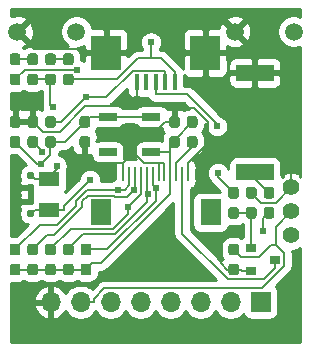
<source format=gtl>
G04 #@! TF.GenerationSoftware,KiCad,Pcbnew,(5.1.9-0-10_14)*
G04 #@! TF.CreationDate,2021-05-08T08:27:26+09:00*
G04 #@! TF.ProjectId,RL78Display,524c3738-4469-4737-906c-61792e6b6963,V1.1*
G04 #@! TF.SameCoordinates,Original*
G04 #@! TF.FileFunction,Copper,L1,Top*
G04 #@! TF.FilePolarity,Positive*
%FSLAX46Y46*%
G04 Gerber Fmt 4.6, Leading zero omitted, Abs format (unit mm)*
G04 Created by KiCad (PCBNEW (5.1.9-0-10_14)) date 2021-05-08 08:27:26*
%MOMM*%
%LPD*%
G01*
G04 APERTURE LIST*
G04 #@! TA.AperFunction,SMDPad,CuDef*
%ADD10R,3.200000X1.400000*%
G04 #@! TD*
G04 #@! TA.AperFunction,ComponentPad*
%ADD11C,1.500000*%
G04 #@! TD*
G04 #@! TA.AperFunction,SMDPad,CuDef*
%ADD12R,1.800000X1.200000*%
G04 #@! TD*
G04 #@! TA.AperFunction,SMDPad,CuDef*
%ADD13R,1.500000X0.700000*%
G04 #@! TD*
G04 #@! TA.AperFunction,SMDPad,CuDef*
%ADD14C,0.100000*%
G04 #@! TD*
G04 #@! TA.AperFunction,ComponentPad*
%ADD15C,1.400000*%
G04 #@! TD*
G04 #@! TA.AperFunction,SMDPad,CuDef*
%ADD16R,0.900000X0.800000*%
G04 #@! TD*
G04 #@! TA.AperFunction,SMDPad,CuDef*
%ADD17R,1.800000X2.200000*%
G04 #@! TD*
G04 #@! TA.AperFunction,SMDPad,CuDef*
%ADD18R,0.150000X1.300000*%
G04 #@! TD*
G04 #@! TA.AperFunction,ComponentPad*
%ADD19O,1.700000X1.700000*%
G04 #@! TD*
G04 #@! TA.AperFunction,ComponentPad*
%ADD20R,1.700000X1.700000*%
G04 #@! TD*
G04 #@! TA.AperFunction,SMDPad,CuDef*
%ADD21R,2.500000X3.000000*%
G04 #@! TD*
G04 #@! TA.AperFunction,SMDPad,CuDef*
%ADD22R,0.400000X1.400000*%
G04 #@! TD*
G04 #@! TA.AperFunction,ViaPad*
%ADD23C,0.609600*%
G04 #@! TD*
G04 #@! TA.AperFunction,Conductor*
%ADD24C,0.203200*%
G04 #@! TD*
G04 #@! TA.AperFunction,Conductor*
%ADD25C,0.254000*%
G04 #@! TD*
G04 #@! TA.AperFunction,Conductor*
%ADD26C,0.100000*%
G04 #@! TD*
G04 APERTURE END LIST*
G04 #@! TA.AperFunction,SMDPad,CuDef*
G36*
G01*
X-12125000Y-7450000D02*
X-11675000Y-7450000D01*
G75*
G02*
X-11450000Y-7675000I0J-225000D01*
G01*
X-11450000Y-8225000D01*
G75*
G02*
X-11675000Y-8450000I-225000J0D01*
G01*
X-12125000Y-8450000D01*
G75*
G02*
X-12350000Y-8225000I0J225000D01*
G01*
X-12350000Y-7675000D01*
G75*
G02*
X-12125000Y-7450000I225000J0D01*
G01*
G37*
G04 #@! TD.AperFunction*
G04 #@! TA.AperFunction,SMDPad,CuDef*
G36*
G01*
X-12125000Y-5750000D02*
X-11675000Y-5750000D01*
G75*
G02*
X-11450000Y-5975000I0J-225000D01*
G01*
X-11450000Y-6525000D01*
G75*
G02*
X-11675000Y-6750000I-225000J0D01*
G01*
X-12125000Y-6750000D01*
G75*
G02*
X-12350000Y-6525000I0J225000D01*
G01*
X-12350000Y-5975000D01*
G75*
G02*
X-12125000Y-5750000I225000J0D01*
G01*
G37*
G04 #@! TD.AperFunction*
G04 #@! TA.AperFunction,SMDPad,CuDef*
G36*
G01*
X-10625000Y-7450000D02*
X-10175000Y-7450000D01*
G75*
G02*
X-9950000Y-7675000I0J-225000D01*
G01*
X-9950000Y-8225000D01*
G75*
G02*
X-10175000Y-8450000I-225000J0D01*
G01*
X-10625000Y-8450000D01*
G75*
G02*
X-10850000Y-8225000I0J225000D01*
G01*
X-10850000Y-7675000D01*
G75*
G02*
X-10625000Y-7450000I225000J0D01*
G01*
G37*
G04 #@! TD.AperFunction*
G04 #@! TA.AperFunction,SMDPad,CuDef*
G36*
G01*
X-10625000Y-5750000D02*
X-10175000Y-5750000D01*
G75*
G02*
X-9950000Y-5975000I0J-225000D01*
G01*
X-9950000Y-6525000D01*
G75*
G02*
X-10175000Y-6750000I-225000J0D01*
G01*
X-10625000Y-6750000D01*
G75*
G02*
X-10850000Y-6525000I0J225000D01*
G01*
X-10850000Y-5975000D01*
G75*
G02*
X-10625000Y-5750000I225000J0D01*
G01*
G37*
G04 #@! TD.AperFunction*
G04 #@! TA.AperFunction,SMDPad,CuDef*
G36*
G01*
X-9125000Y-7450000D02*
X-8675000Y-7450000D01*
G75*
G02*
X-8450000Y-7675000I0J-225000D01*
G01*
X-8450000Y-8225000D01*
G75*
G02*
X-8675000Y-8450000I-225000J0D01*
G01*
X-9125000Y-8450000D01*
G75*
G02*
X-9350000Y-8225000I0J225000D01*
G01*
X-9350000Y-7675000D01*
G75*
G02*
X-9125000Y-7450000I225000J0D01*
G01*
G37*
G04 #@! TD.AperFunction*
G04 #@! TA.AperFunction,SMDPad,CuDef*
G36*
G01*
X-9125000Y-5750000D02*
X-8675000Y-5750000D01*
G75*
G02*
X-8450000Y-5975000I0J-225000D01*
G01*
X-8450000Y-6525000D01*
G75*
G02*
X-8675000Y-6750000I-225000J0D01*
G01*
X-9125000Y-6750000D01*
G75*
G02*
X-9350000Y-6525000I0J225000D01*
G01*
X-9350000Y-5975000D01*
G75*
G02*
X-9125000Y-5750000I225000J0D01*
G01*
G37*
G04 #@! TD.AperFunction*
G04 #@! TA.AperFunction,SMDPad,CuDef*
G36*
G01*
X-7625000Y-7450000D02*
X-7175000Y-7450000D01*
G75*
G02*
X-6950000Y-7675000I0J-225000D01*
G01*
X-6950000Y-8225000D01*
G75*
G02*
X-7175000Y-8450000I-225000J0D01*
G01*
X-7625000Y-8450000D01*
G75*
G02*
X-7850000Y-8225000I0J225000D01*
G01*
X-7850000Y-7675000D01*
G75*
G02*
X-7625000Y-7450000I225000J0D01*
G01*
G37*
G04 #@! TD.AperFunction*
G04 #@! TA.AperFunction,SMDPad,CuDef*
G36*
G01*
X-7625000Y-5750000D02*
X-7175000Y-5750000D01*
G75*
G02*
X-6950000Y-5975000I0J-225000D01*
G01*
X-6950000Y-6525000D01*
G75*
G02*
X-7175000Y-6750000I-225000J0D01*
G01*
X-7625000Y-6750000D01*
G75*
G02*
X-7850000Y-6525000I0J225000D01*
G01*
X-7850000Y-5975000D01*
G75*
G02*
X-7625000Y-5750000I225000J0D01*
G01*
G37*
G04 #@! TD.AperFunction*
G04 #@! TA.AperFunction,SMDPad,CuDef*
G36*
G01*
X-6125000Y-7450000D02*
X-5675000Y-7450000D01*
G75*
G02*
X-5450000Y-7675000I0J-225000D01*
G01*
X-5450000Y-8225000D01*
G75*
G02*
X-5675000Y-8450000I-225000J0D01*
G01*
X-6125000Y-8450000D01*
G75*
G02*
X-6350000Y-8225000I0J225000D01*
G01*
X-6350000Y-7675000D01*
G75*
G02*
X-6125000Y-7450000I225000J0D01*
G01*
G37*
G04 #@! TD.AperFunction*
G04 #@! TA.AperFunction,SMDPad,CuDef*
G36*
G01*
X-6125000Y-5750000D02*
X-5675000Y-5750000D01*
G75*
G02*
X-5450000Y-5975000I0J-225000D01*
G01*
X-5450000Y-6525000D01*
G75*
G02*
X-5675000Y-6750000I-225000J0D01*
G01*
X-6125000Y-6750000D01*
G75*
G02*
X-6350000Y-6525000I0J225000D01*
G01*
X-6350000Y-5975000D01*
G75*
G02*
X-6125000Y-5750000I225000J0D01*
G01*
G37*
G04 #@! TD.AperFunction*
D10*
X8400000Y8700000D03*
X8400000Y300000D03*
D11*
X11700000Y12200000D03*
X6700000Y12200000D03*
X-6700000Y12200000D03*
X-11700000Y12200000D03*
D12*
X-9000000Y-2900000D03*
X-9000000Y-300000D03*
D13*
X-350000Y5000000D03*
X-350000Y2000000D03*
X-4050000Y5000000D03*
X-4050000Y2000000D03*
G04 #@! TA.AperFunction,SMDPad,CuDef*
D14*
G36*
X-1300000Y4000000D02*
G01*
X400000Y4000000D01*
X400000Y3000000D01*
X-1300000Y3000000D01*
X-1800000Y2500000D01*
X-2600000Y2500000D01*
X-2600000Y3000000D01*
X-4800000Y3000000D01*
X-4800000Y4000000D01*
X-2600000Y4000000D01*
X-2600000Y4500000D01*
X-1800000Y4500000D01*
X-1300000Y4000000D01*
G37*
G04 #@! TD.AperFunction*
D15*
X11500000Y-5000000D03*
X11500000Y-3000000D03*
X11500000Y-1000000D03*
G04 #@! TA.AperFunction,SMDPad,CuDef*
G36*
G01*
X9375000Y-950000D02*
X9825000Y-950000D01*
G75*
G02*
X10050000Y-1175000I0J-225000D01*
G01*
X10050000Y-1725000D01*
G75*
G02*
X9825000Y-1950000I-225000J0D01*
G01*
X9375000Y-1950000D01*
G75*
G02*
X9150000Y-1725000I0J225000D01*
G01*
X9150000Y-1175000D01*
G75*
G02*
X9375000Y-950000I225000J0D01*
G01*
G37*
G04 #@! TD.AperFunction*
G04 #@! TA.AperFunction,SMDPad,CuDef*
G36*
G01*
X9375000Y-2650000D02*
X9825000Y-2650000D01*
G75*
G02*
X10050000Y-2875000I0J-225000D01*
G01*
X10050000Y-3425000D01*
G75*
G02*
X9825000Y-3650000I-225000J0D01*
G01*
X9375000Y-3650000D01*
G75*
G02*
X9150000Y-3425000I0J225000D01*
G01*
X9150000Y-2875000D01*
G75*
G02*
X9375000Y-2650000I225000J0D01*
G01*
G37*
G04 #@! TD.AperFunction*
G04 #@! TA.AperFunction,SMDPad,CuDef*
G36*
G01*
X8325000Y-3650000D02*
X7875000Y-3650000D01*
G75*
G02*
X7650000Y-3425000I0J225000D01*
G01*
X7650000Y-2875000D01*
G75*
G02*
X7875000Y-2650000I225000J0D01*
G01*
X8325000Y-2650000D01*
G75*
G02*
X8550000Y-2875000I0J-225000D01*
G01*
X8550000Y-3425000D01*
G75*
G02*
X8325000Y-3650000I-225000J0D01*
G01*
G37*
G04 #@! TD.AperFunction*
G04 #@! TA.AperFunction,SMDPad,CuDef*
G36*
G01*
X8325000Y-1950000D02*
X7875000Y-1950000D01*
G75*
G02*
X7650000Y-1725000I0J225000D01*
G01*
X7650000Y-1175000D01*
G75*
G02*
X7875000Y-950000I225000J0D01*
G01*
X8325000Y-950000D01*
G75*
G02*
X8550000Y-1175000I0J-225000D01*
G01*
X8550000Y-1725000D01*
G75*
G02*
X8325000Y-1950000I-225000J0D01*
G01*
G37*
G04 #@! TD.AperFunction*
G04 #@! TA.AperFunction,SMDPad,CuDef*
G36*
G01*
X6825000Y-3650000D02*
X6375000Y-3650000D01*
G75*
G02*
X6150000Y-3425000I0J225000D01*
G01*
X6150000Y-2875000D01*
G75*
G02*
X6375000Y-2650000I225000J0D01*
G01*
X6825000Y-2650000D01*
G75*
G02*
X7050000Y-2875000I0J-225000D01*
G01*
X7050000Y-3425000D01*
G75*
G02*
X6825000Y-3650000I-225000J0D01*
G01*
G37*
G04 #@! TD.AperFunction*
G04 #@! TA.AperFunction,SMDPad,CuDef*
G36*
G01*
X6825000Y-1950000D02*
X6375000Y-1950000D01*
G75*
G02*
X6150000Y-1725000I0J225000D01*
G01*
X6150000Y-1175000D01*
G75*
G02*
X6375000Y-950000I225000J0D01*
G01*
X6825000Y-950000D01*
G75*
G02*
X7050000Y-1175000I0J-225000D01*
G01*
X7050000Y-1725000D01*
G75*
G02*
X6825000Y-1950000I-225000J0D01*
G01*
G37*
G04 #@! TD.AperFunction*
G04 #@! TA.AperFunction,SMDPad,CuDef*
G36*
G01*
X3325000Y2350000D02*
X2875000Y2350000D01*
G75*
G02*
X2650000Y2575000I0J225000D01*
G01*
X2650000Y3125000D01*
G75*
G02*
X2875000Y3350000I225000J0D01*
G01*
X3325000Y3350000D01*
G75*
G02*
X3550000Y3125000I0J-225000D01*
G01*
X3550000Y2575000D01*
G75*
G02*
X3325000Y2350000I-225000J0D01*
G01*
G37*
G04 #@! TD.AperFunction*
G04 #@! TA.AperFunction,SMDPad,CuDef*
G36*
G01*
X3325000Y4050000D02*
X2875000Y4050000D01*
G75*
G02*
X2650000Y4275000I0J225000D01*
G01*
X2650000Y4825000D01*
G75*
G02*
X2875000Y5050000I225000J0D01*
G01*
X3325000Y5050000D01*
G75*
G02*
X3550000Y4825000I0J-225000D01*
G01*
X3550000Y4275000D01*
G75*
G02*
X3325000Y4050000I-225000J0D01*
G01*
G37*
G04 #@! TD.AperFunction*
G04 #@! TA.AperFunction,SMDPad,CuDef*
G36*
G01*
X-10175000Y7650000D02*
X-10625000Y7650000D01*
G75*
G02*
X-10850000Y7875000I0J225000D01*
G01*
X-10850000Y8425000D01*
G75*
G02*
X-10625000Y8650000I225000J0D01*
G01*
X-10175000Y8650000D01*
G75*
G02*
X-9950000Y8425000I0J-225000D01*
G01*
X-9950000Y7875000D01*
G75*
G02*
X-10175000Y7650000I-225000J0D01*
G01*
G37*
G04 #@! TD.AperFunction*
G04 #@! TA.AperFunction,SMDPad,CuDef*
G36*
G01*
X-10175000Y9350000D02*
X-10625000Y9350000D01*
G75*
G02*
X-10850000Y9575000I0J225000D01*
G01*
X-10850000Y10125000D01*
G75*
G02*
X-10625000Y10350000I225000J0D01*
G01*
X-10175000Y10350000D01*
G75*
G02*
X-9950000Y10125000I0J-225000D01*
G01*
X-9950000Y9575000D01*
G75*
G02*
X-10175000Y9350000I-225000J0D01*
G01*
G37*
G04 #@! TD.AperFunction*
G04 #@! TA.AperFunction,SMDPad,CuDef*
G36*
G01*
X-8675000Y2350000D02*
X-9125000Y2350000D01*
G75*
G02*
X-9350000Y2575000I0J225000D01*
G01*
X-9350000Y3125000D01*
G75*
G02*
X-9125000Y3350000I225000J0D01*
G01*
X-8675000Y3350000D01*
G75*
G02*
X-8450000Y3125000I0J-225000D01*
G01*
X-8450000Y2575000D01*
G75*
G02*
X-8675000Y2350000I-225000J0D01*
G01*
G37*
G04 #@! TD.AperFunction*
G04 #@! TA.AperFunction,SMDPad,CuDef*
G36*
G01*
X-8675000Y4050000D02*
X-9125000Y4050000D01*
G75*
G02*
X-9350000Y4275000I0J225000D01*
G01*
X-9350000Y4825000D01*
G75*
G02*
X-9125000Y5050000I225000J0D01*
G01*
X-8675000Y5050000D01*
G75*
G02*
X-8450000Y4825000I0J-225000D01*
G01*
X-8450000Y4275000D01*
G75*
G02*
X-8675000Y4050000I-225000J0D01*
G01*
G37*
G04 #@! TD.AperFunction*
D16*
X8100000Y-6150000D03*
X8100000Y-8050000D03*
X10100000Y-7100000D03*
G04 #@! TA.AperFunction,SMDPad,CuDef*
G36*
G01*
X-8675000Y7650000D02*
X-9125000Y7650000D01*
G75*
G02*
X-9350000Y7875000I0J225000D01*
G01*
X-9350000Y8425000D01*
G75*
G02*
X-9125000Y8650000I225000J0D01*
G01*
X-8675000Y8650000D01*
G75*
G02*
X-8450000Y8425000I0J-225000D01*
G01*
X-8450000Y7875000D01*
G75*
G02*
X-8675000Y7650000I-225000J0D01*
G01*
G37*
G04 #@! TD.AperFunction*
G04 #@! TA.AperFunction,SMDPad,CuDef*
G36*
G01*
X-8675000Y9350000D02*
X-9125000Y9350000D01*
G75*
G02*
X-9350000Y9575000I0J225000D01*
G01*
X-9350000Y10125000D01*
G75*
G02*
X-9125000Y10350000I225000J0D01*
G01*
X-8675000Y10350000D01*
G75*
G02*
X-8450000Y10125000I0J-225000D01*
G01*
X-8450000Y9575000D01*
G75*
G02*
X-8675000Y9350000I-225000J0D01*
G01*
G37*
G04 #@! TD.AperFunction*
D17*
X4650000Y-3100000D03*
X-4650000Y-3100000D03*
D18*
X-2750000Y150000D03*
X-2250000Y150000D03*
X-1750000Y150000D03*
X-1250000Y150000D03*
X-750000Y150000D03*
X-250000Y150000D03*
X250000Y150000D03*
X750000Y150000D03*
X1250000Y150000D03*
X1750000Y150000D03*
X2250000Y150000D03*
X2750000Y150000D03*
D19*
X-8890000Y-10700000D03*
X-6350000Y-10700000D03*
X-3810000Y-10700000D03*
X-1270000Y-10700000D03*
X1270000Y-10700000D03*
X3810000Y-10700000D03*
X6350000Y-10700000D03*
D20*
X8890000Y-10700000D03*
D21*
X-4200000Y10400000D03*
X4200000Y10400000D03*
D22*
X-1600000Y7900000D03*
X-800000Y7900000D03*
X0Y7900000D03*
X800000Y7900000D03*
X1600000Y7900000D03*
G04 #@! TA.AperFunction,SMDPad,CuDef*
G36*
G01*
X-7625000Y10350000D02*
X-7175000Y10350000D01*
G75*
G02*
X-6950000Y10125000I0J-225000D01*
G01*
X-6950000Y9575000D01*
G75*
G02*
X-7175000Y9350000I-225000J0D01*
G01*
X-7625000Y9350000D01*
G75*
G02*
X-7850000Y9575000I0J225000D01*
G01*
X-7850000Y10125000D01*
G75*
G02*
X-7625000Y10350000I225000J0D01*
G01*
G37*
G04 #@! TD.AperFunction*
G04 #@! TA.AperFunction,SMDPad,CuDef*
G36*
G01*
X-7625000Y8650000D02*
X-7175000Y8650000D01*
G75*
G02*
X-6950000Y8425000I0J-225000D01*
G01*
X-6950000Y7875000D01*
G75*
G02*
X-7175000Y7650000I-225000J0D01*
G01*
X-7625000Y7650000D01*
G75*
G02*
X-7850000Y7875000I0J225000D01*
G01*
X-7850000Y8425000D01*
G75*
G02*
X-7625000Y8650000I225000J0D01*
G01*
G37*
G04 #@! TD.AperFunction*
G04 #@! TA.AperFunction,SMDPad,CuDef*
G36*
G01*
X-11675000Y7650000D02*
X-12125000Y7650000D01*
G75*
G02*
X-12350000Y7875000I0J225000D01*
G01*
X-12350000Y8425000D01*
G75*
G02*
X-12125000Y8650000I225000J0D01*
G01*
X-11675000Y8650000D01*
G75*
G02*
X-11450000Y8425000I0J-225000D01*
G01*
X-11450000Y7875000D01*
G75*
G02*
X-11675000Y7650000I-225000J0D01*
G01*
G37*
G04 #@! TD.AperFunction*
G04 #@! TA.AperFunction,SMDPad,CuDef*
G36*
G01*
X-11675000Y9350000D02*
X-12125000Y9350000D01*
G75*
G02*
X-12350000Y9575000I0J225000D01*
G01*
X-12350000Y10125000D01*
G75*
G02*
X-12125000Y10350000I225000J0D01*
G01*
X-11675000Y10350000D01*
G75*
G02*
X-11450000Y10125000I0J-225000D01*
G01*
X-11450000Y9575000D01*
G75*
G02*
X-11675000Y9350000I-225000J0D01*
G01*
G37*
G04 #@! TD.AperFunction*
G04 #@! TA.AperFunction,SMDPad,CuDef*
G36*
G01*
X-10175000Y2350000D02*
X-10625000Y2350000D01*
G75*
G02*
X-10850000Y2575000I0J225000D01*
G01*
X-10850000Y3125000D01*
G75*
G02*
X-10625000Y3350000I225000J0D01*
G01*
X-10175000Y3350000D01*
G75*
G02*
X-9950000Y3125000I0J-225000D01*
G01*
X-9950000Y2575000D01*
G75*
G02*
X-10175000Y2350000I-225000J0D01*
G01*
G37*
G04 #@! TD.AperFunction*
G04 #@! TA.AperFunction,SMDPad,CuDef*
G36*
G01*
X-10175000Y4050000D02*
X-10625000Y4050000D01*
G75*
G02*
X-10850000Y4275000I0J225000D01*
G01*
X-10850000Y4825000D01*
G75*
G02*
X-10625000Y5050000I225000J0D01*
G01*
X-10175000Y5050000D01*
G75*
G02*
X-9950000Y4825000I0J-225000D01*
G01*
X-9950000Y4275000D01*
G75*
G02*
X-10175000Y4050000I-225000J0D01*
G01*
G37*
G04 #@! TD.AperFunction*
G04 #@! TA.AperFunction,SMDPad,CuDef*
G36*
G01*
X-11675000Y2350000D02*
X-12125000Y2350000D01*
G75*
G02*
X-12350000Y2575000I0J225000D01*
G01*
X-12350000Y3125000D01*
G75*
G02*
X-12125000Y3350000I225000J0D01*
G01*
X-11675000Y3350000D01*
G75*
G02*
X-11450000Y3125000I0J-225000D01*
G01*
X-11450000Y2575000D01*
G75*
G02*
X-11675000Y2350000I-225000J0D01*
G01*
G37*
G04 #@! TD.AperFunction*
G04 #@! TA.AperFunction,SMDPad,CuDef*
G36*
G01*
X-11675000Y4050000D02*
X-12125000Y4050000D01*
G75*
G02*
X-12350000Y4275000I0J225000D01*
G01*
X-12350000Y4825000D01*
G75*
G02*
X-12125000Y5050000I225000J0D01*
G01*
X-11675000Y5050000D01*
G75*
G02*
X-11450000Y4825000I0J-225000D01*
G01*
X-11450000Y4275000D01*
G75*
G02*
X-11675000Y4050000I-225000J0D01*
G01*
G37*
G04 #@! TD.AperFunction*
G04 #@! TA.AperFunction,SMDPad,CuDef*
G36*
G01*
X6825000Y-8450000D02*
X6375000Y-8450000D01*
G75*
G02*
X6150000Y-8225000I0J225000D01*
G01*
X6150000Y-7675000D01*
G75*
G02*
X6375000Y-7450000I225000J0D01*
G01*
X6825000Y-7450000D01*
G75*
G02*
X7050000Y-7675000I0J-225000D01*
G01*
X7050000Y-8225000D01*
G75*
G02*
X6825000Y-8450000I-225000J0D01*
G01*
G37*
G04 #@! TD.AperFunction*
G04 #@! TA.AperFunction,SMDPad,CuDef*
G36*
G01*
X6825000Y-6750000D02*
X6375000Y-6750000D01*
G75*
G02*
X6150000Y-6525000I0J225000D01*
G01*
X6150000Y-5975000D01*
G75*
G02*
X6375000Y-5750000I225000J0D01*
G01*
X6825000Y-5750000D01*
G75*
G02*
X7050000Y-5975000I0J-225000D01*
G01*
X7050000Y-6525000D01*
G75*
G02*
X6825000Y-6750000I-225000J0D01*
G01*
G37*
G04 #@! TD.AperFunction*
G04 #@! TA.AperFunction,SMDPad,CuDef*
G36*
G01*
X1825000Y2350000D02*
X1375000Y2350000D01*
G75*
G02*
X1150000Y2575000I0J225000D01*
G01*
X1150000Y3125000D01*
G75*
G02*
X1375000Y3350000I225000J0D01*
G01*
X1825000Y3350000D01*
G75*
G02*
X2050000Y3125000I0J-225000D01*
G01*
X2050000Y2575000D01*
G75*
G02*
X1825000Y2350000I-225000J0D01*
G01*
G37*
G04 #@! TD.AperFunction*
G04 #@! TA.AperFunction,SMDPad,CuDef*
G36*
G01*
X1825000Y4050000D02*
X1375000Y4050000D01*
G75*
G02*
X1150000Y4275000I0J225000D01*
G01*
X1150000Y4825000D01*
G75*
G02*
X1375000Y5050000I225000J0D01*
G01*
X1825000Y5050000D01*
G75*
G02*
X2050000Y4825000I0J-225000D01*
G01*
X2050000Y4275000D01*
G75*
G02*
X1825000Y4050000I-225000J0D01*
G01*
G37*
G04 #@! TD.AperFunction*
G04 #@! TA.AperFunction,SMDPad,CuDef*
G36*
G01*
X-6225000Y5050000D02*
X-5775000Y5050000D01*
G75*
G02*
X-5550000Y4825000I0J-225000D01*
G01*
X-5550000Y4275000D01*
G75*
G02*
X-5775000Y4050000I-225000J0D01*
G01*
X-6225000Y4050000D01*
G75*
G02*
X-6450000Y4275000I0J225000D01*
G01*
X-6450000Y4825000D01*
G75*
G02*
X-6225000Y5050000I225000J0D01*
G01*
G37*
G04 #@! TD.AperFunction*
G04 #@! TA.AperFunction,SMDPad,CuDef*
G36*
G01*
X-6225000Y3350000D02*
X-5775000Y3350000D01*
G75*
G02*
X-5550000Y3125000I0J-225000D01*
G01*
X-5550000Y2575000D01*
G75*
G02*
X-5775000Y2350000I-225000J0D01*
G01*
X-6225000Y2350000D01*
G75*
G02*
X-6450000Y2575000I0J225000D01*
G01*
X-6450000Y3125000D01*
G75*
G02*
X-6225000Y3350000I225000J0D01*
G01*
G37*
G04 #@! TD.AperFunction*
G04 #@! TA.AperFunction,SMDPad,CuDef*
G36*
G01*
X-10450000Y-3500000D02*
X-10750000Y-3500000D01*
G75*
G02*
X-10900000Y-3350000I0J150000D01*
G01*
X-10900000Y-3050000D01*
G75*
G02*
X-10750000Y-2900000I150000J0D01*
G01*
X-10450000Y-2900000D01*
G75*
G02*
X-10300000Y-3050000I0J-150000D01*
G01*
X-10300000Y-3350000D01*
G75*
G02*
X-10450000Y-3500000I-150000J0D01*
G01*
G37*
G04 #@! TD.AperFunction*
G04 #@! TA.AperFunction,SMDPad,CuDef*
G36*
G01*
X-10450000Y-2500000D02*
X-10750000Y-2500000D01*
G75*
G02*
X-10900000Y-2350000I0J150000D01*
G01*
X-10900000Y-2050000D01*
G75*
G02*
X-10750000Y-1900000I150000J0D01*
G01*
X-10450000Y-1900000D01*
G75*
G02*
X-10300000Y-2050000I0J-150000D01*
G01*
X-10300000Y-2350000D01*
G75*
G02*
X-10450000Y-2500000I-150000J0D01*
G01*
G37*
G04 #@! TD.AperFunction*
G04 #@! TA.AperFunction,SMDPad,CuDef*
G36*
G01*
X-10750000Y300000D02*
X-10450000Y300000D01*
G75*
G02*
X-10300000Y150000I0J-150000D01*
G01*
X-10300000Y-150000D01*
G75*
G02*
X-10450000Y-300000I-150000J0D01*
G01*
X-10750000Y-300000D01*
G75*
G02*
X-10900000Y-150000I0J150000D01*
G01*
X-10900000Y150000D01*
G75*
G02*
X-10750000Y300000I150000J0D01*
G01*
G37*
G04 #@! TD.AperFunction*
G04 #@! TA.AperFunction,SMDPad,CuDef*
G36*
G01*
X-10750000Y-700000D02*
X-10450000Y-700000D01*
G75*
G02*
X-10300000Y-850000I0J-150000D01*
G01*
X-10300000Y-1150000D01*
G75*
G02*
X-10450000Y-1300000I-150000J0D01*
G01*
X-10750000Y-1300000D01*
G75*
G02*
X-10900000Y-1150000I0J150000D01*
G01*
X-10900000Y-850000D01*
G75*
G02*
X-10750000Y-700000I150000J0D01*
G01*
G37*
G04 #@! TD.AperFunction*
D23*
X-8374100Y815200D03*
X-5564500Y-351700D03*
X-8708900Y5778800D03*
X-9683200Y1006600D03*
X-6643100Y8956100D03*
X-400000Y11300000D03*
X5216700Y4180800D03*
X-5920800Y6669800D03*
X-3150700Y-1174900D03*
X-1837100Y-1254600D03*
X-2335700Y-2693600D03*
X-617200Y-1579300D03*
X6400Y-1028900D03*
X5281400Y237500D03*
X9131700Y-4699800D03*
X-11900000Y-1700000D03*
X5000000Y-5100000D03*
X400000Y-4500000D03*
X-9629500Y2018000D03*
D24*
X-9271900Y-300000D02*
X-8374100Y597800D01*
X-8374100Y597800D02*
X-8374100Y815200D01*
X-9271900Y-300000D02*
X-9543800Y-300000D01*
X-9000000Y-300000D02*
X-9271900Y-300000D01*
X-9602500Y-300000D02*
X-10205100Y-300000D01*
X-9602500Y-300000D02*
X-9543800Y-300000D01*
X-10600000Y0D02*
X-10505100Y0D01*
X-10505100Y0D02*
X-10205100Y-300000D01*
X-9000000Y-2900000D02*
X-10205100Y-2900000D01*
X-10600000Y-3200000D02*
X-10505100Y-3200000D01*
X-10505100Y-3200000D02*
X-10205100Y-2900000D01*
X-9000000Y-2900000D02*
X-7794900Y-2900000D01*
X-7794900Y-2900000D02*
X-7794900Y-2582100D01*
X-7794900Y-2582100D02*
X-5564500Y-351700D01*
X-8900000Y8150000D02*
X-8900000Y5969900D01*
X-8900000Y5969900D02*
X-8708900Y5778800D01*
X-6350000Y-10700000D02*
X-5194900Y-10700000D01*
X10163400Y-5850400D02*
X9737600Y-5850400D01*
X9737600Y-5850400D02*
X8732800Y-6855200D01*
X8732800Y-6855200D02*
X7205200Y-6855200D01*
X7205200Y-6855200D02*
X6600000Y-6250000D01*
X-5194900Y-10700000D02*
X-5194900Y-10411100D01*
X-5194900Y-10411100D02*
X-4328700Y-9544900D01*
X-4328700Y-9544900D02*
X8965000Y-9544900D01*
X8965000Y-9544900D02*
X10862700Y-7647200D01*
X10862700Y-7647200D02*
X10862700Y-6549700D01*
X10862700Y-6549700D02*
X10163400Y-5850400D01*
X10163400Y-5850400D02*
X10163400Y-4336600D01*
X10163400Y-4336600D02*
X11500000Y-3000000D01*
X-8900000Y8150000D02*
X-10400000Y8150000D01*
X-5105100Y5000000D02*
X-5550000Y5000000D01*
X-5550000Y5000000D02*
X-6000000Y4550000D01*
X-8900000Y2850000D02*
X-7700000Y2850000D01*
X-7700000Y2850000D02*
X-6000000Y4550000D01*
X-8900000Y2850000D02*
X-8900000Y1789800D01*
X-8900000Y1789800D02*
X-9683200Y1006600D01*
X-4050000Y5000000D02*
X-5105100Y5000000D01*
X-4050000Y5000000D02*
X-2994900Y5000000D01*
X-2994900Y5000000D02*
X-1405100Y5000000D01*
X-350000Y5000000D02*
X-1405100Y5000000D01*
X-11900000Y2850000D02*
X-10056600Y1006600D01*
X-10056600Y1006600D02*
X-9683200Y1006600D01*
X-11900000Y8150000D02*
X-11093900Y8956100D01*
X-11093900Y8956100D02*
X-6643100Y8956100D01*
X-11900000Y9850000D02*
X-10400000Y9850000D01*
X-7400000Y9850000D02*
X-8900000Y9850000D01*
X-7400000Y8150000D02*
X-3262800Y8150000D01*
X-3262800Y8150000D02*
X-1491000Y9921800D01*
X1600000Y8803400D02*
X481600Y9921800D01*
X481600Y9921800D02*
X-116700Y9921800D01*
X1600000Y7900000D02*
X1600000Y8803400D01*
X-400000Y9943600D02*
X-421800Y9921800D01*
X-400000Y11300000D02*
X-400000Y9943600D01*
X-421800Y9921800D02*
X-116700Y9921800D01*
X-1491000Y9921800D02*
X-421800Y9921800D01*
X5216700Y4180800D02*
X5216700Y4357300D01*
X5216700Y4357300D02*
X2679100Y6894900D01*
X2679100Y6894900D02*
X0Y6894900D01*
X0Y7900000D02*
X0Y6894900D01*
X800000Y8905100D02*
X-1932500Y8905100D01*
X-1932500Y8905100D02*
X-4167800Y6669800D01*
X-4167800Y6669800D02*
X-5920800Y6669800D01*
X-8900000Y4550000D02*
X-8040600Y4550000D01*
X-8040600Y4550000D02*
X-5920800Y6669800D01*
X800000Y7900000D02*
X800000Y8905100D01*
X-3150700Y-1174900D02*
X-2619800Y-1174900D01*
X-2619800Y-1174900D02*
X-2250000Y-805100D01*
X-11900000Y-6250000D02*
X-9829800Y-4179800D01*
X-9829800Y-4179800D02*
X-8347000Y-4179800D01*
X-8347000Y-4179800D02*
X-6747200Y-2580000D01*
X-6747200Y-2580000D02*
X-6747200Y-2148600D01*
X-6747200Y-2148600D02*
X-5773500Y-1174900D01*
X-5773500Y-1174900D02*
X-3150700Y-1174900D01*
X-2250000Y150000D02*
X-2250000Y-805100D01*
X-10400000Y-6250000D02*
X-9190900Y-5040900D01*
X-9190900Y-5040900D02*
X-8627300Y-5040900D01*
X-8627300Y-5040900D02*
X-6196600Y-2610200D01*
X-6196600Y-2610200D02*
X-6196600Y-2173200D01*
X-6196600Y-2173200D02*
X-5704900Y-1681500D01*
X-5704900Y-1681500D02*
X-3556000Y-1681500D01*
X-3556000Y-1681500D02*
X-3428000Y-1809500D01*
X-3428000Y-1809500D02*
X-2392000Y-1809500D01*
X-2392000Y-1809500D02*
X-1837100Y-1254600D01*
X-1750000Y150000D02*
X-1750000Y-1167500D01*
X-1750000Y-1167500D02*
X-1837100Y-1254600D01*
X-1250000Y150000D02*
X-1250000Y-805100D01*
X-2335700Y-2693600D02*
X-2335700Y-3270100D01*
X-2335700Y-3270100D02*
X-3587000Y-4521400D01*
X-3587000Y-4521400D02*
X-7171400Y-4521400D01*
X-7171400Y-4521400D02*
X-8900000Y-6250000D01*
X-1250000Y-805100D02*
X-1227100Y-828000D01*
X-1227100Y-828000D02*
X-1227100Y-1585000D01*
X-1227100Y-1585000D02*
X-2335700Y-2693600D01*
X-699400Y-1579300D02*
X-699400Y-855700D01*
X-699400Y-855700D02*
X-750000Y-805100D01*
X-7400000Y-6250000D02*
X-6126900Y-4976900D01*
X-6126900Y-4976900D02*
X-3455800Y-4976900D01*
X-3455800Y-4976900D02*
X-699400Y-2220500D01*
X-699400Y-2220500D02*
X-699400Y-1579300D01*
X-699400Y-1579300D02*
X-617200Y-1579300D01*
X-750000Y150000D02*
X-750000Y-805100D01*
X6400Y-1028900D02*
X-26200Y-1028900D01*
X-26200Y-1028900D02*
X-250000Y-805100D01*
X-5900000Y-6250000D02*
X-4087500Y-6250000D01*
X-4087500Y-6250000D02*
X6400Y-2156100D01*
X6400Y-2156100D02*
X6400Y-1028900D01*
X-250000Y150000D02*
X-250000Y-805100D01*
X1750000Y1105100D02*
X3100000Y2455100D01*
X3100000Y2455100D02*
X3100000Y2850000D01*
X1750000Y150000D02*
X1750000Y1105100D01*
X10100000Y-7100000D02*
X10100000Y-7805100D01*
X2250000Y150000D02*
X2250000Y-4911300D01*
X2250000Y-4911300D02*
X6106900Y-8768200D01*
X6106900Y-8768200D02*
X9136900Y-8768200D01*
X9136900Y-8768200D02*
X10100000Y-7805100D01*
X9600000Y-1450000D02*
X8400000Y-250000D01*
X8400000Y-250000D02*
X8400000Y300000D01*
X8100000Y-6150000D02*
X8100000Y-3150000D01*
X6600000Y-3150000D02*
X8100000Y-3150000D01*
X6600000Y-1450000D02*
X5281400Y-131400D01*
X5281400Y-131400D02*
X5281400Y237500D01*
X9600000Y-3150000D02*
X9131700Y-3618300D01*
X9131700Y-3618300D02*
X9131700Y-4699800D01*
X2750000Y150000D02*
X2750000Y1105100D01*
X4420700Y2819200D02*
X4420700Y2775800D01*
X8400000Y2819200D02*
X4420700Y2819200D01*
X7344900Y-8050000D02*
X7244900Y-7950000D01*
X7244900Y-7950000D02*
X6600000Y-7950000D01*
X-10400000Y4550000D02*
X-11900000Y4550000D01*
X-2611300Y5883600D02*
X-5952500Y5883600D01*
X-5952500Y5883600D02*
X-8113000Y3723100D01*
X-8113000Y3723100D02*
X-9573100Y3723100D01*
X-9573100Y3723100D02*
X-10400000Y4550000D01*
X8400000Y7694900D02*
X8400000Y2819200D01*
X8100000Y-1450000D02*
X8926900Y-2276900D01*
X8926900Y-2276900D02*
X10223100Y-2276900D01*
X10223100Y-2276900D02*
X11500000Y-1000000D01*
X8400000Y8700000D02*
X8400000Y7694900D01*
X-10600000Y-1225000D02*
X-10600000Y-2200000D01*
X-10600000Y-1000000D02*
X-10600000Y-1225000D01*
X-6000000Y1105100D02*
X-6000000Y2850000D01*
X-2750000Y1105100D02*
X-6000000Y1105100D01*
X-4200000Y10400000D02*
X-5755100Y10400000D01*
X-11700000Y12200000D02*
X-10263800Y10763800D01*
X-10263800Y10763800D02*
X-6118900Y10763800D01*
X-6118900Y10763800D02*
X-5755100Y10400000D01*
X-1876000Y1979100D02*
X-2750000Y1105100D01*
X-1808900Y3096300D02*
X-1808900Y2046200D01*
X-1808900Y2046200D02*
X-1876000Y1979100D01*
X-2200000Y3500000D02*
X-2200000Y3487400D01*
X-2200000Y3487400D02*
X-1808900Y3096300D01*
X-2750000Y150000D02*
X-2750000Y1105100D01*
X8100000Y-8050000D02*
X7344900Y-8050000D01*
X-10600000Y-1000000D02*
X-11600000Y-1000000D01*
X-11900000Y-1300000D02*
X-11900000Y-1700000D01*
X-11600000Y-1000000D02*
X-11900000Y-1300000D01*
X4200000Y10400000D02*
X8000000Y10400000D01*
X8400000Y10000000D02*
X8400000Y8700000D01*
X8000000Y10400000D02*
X8400000Y10000000D01*
X8000000Y10900000D02*
X8000000Y10400000D01*
X6700000Y12200000D02*
X8000000Y10900000D01*
X-1002200Y1105200D02*
X-1876000Y1979100D01*
X-1002100Y1105100D02*
X-1002200Y1105200D01*
X750000Y150000D02*
X750000Y1105100D01*
X250000Y1060200D02*
X205100Y1105100D01*
X250000Y150000D02*
X250000Y1060200D01*
X205100Y1105100D02*
X-1002100Y1105100D01*
X750000Y1105100D02*
X205100Y1105100D01*
X6600000Y-7950000D02*
X6050000Y-7950000D01*
X6050000Y-7950000D02*
X5500000Y-7400000D01*
X5500000Y-7400000D02*
X5500000Y-7000000D01*
X3100000Y-4600000D02*
X3100000Y-1400000D01*
X3972450Y2327550D02*
X2750000Y1105100D01*
X3972450Y-527550D02*
X3972450Y2327550D01*
X3100000Y-1400000D02*
X3972450Y-527550D01*
X4420700Y2775800D02*
X3972450Y2327550D01*
X-1600000Y7900000D02*
X-1600000Y6100000D01*
X-2394900Y6100000D02*
X-2611300Y5883600D01*
X-1600000Y6100000D02*
X-2394900Y6100000D01*
X-658700Y3096300D02*
X-1808900Y3096300D01*
X795000Y4550000D02*
X-658700Y3096300D01*
X1600000Y4550000D02*
X795000Y4550000D01*
X4420700Y4502700D02*
X4420700Y2819200D01*
X3223400Y5700000D02*
X4420700Y4502700D01*
X1700000Y5700000D02*
X3223400Y5700000D01*
X1600000Y5600000D02*
X1700000Y5700000D01*
X1600000Y4550000D02*
X1600000Y5600000D01*
X1100000Y6100000D02*
X1600000Y5600000D01*
X-1600000Y6100000D02*
X1100000Y6100000D01*
X8618100Y2819200D02*
X8400000Y2819200D01*
X10780800Y2819200D02*
X8618100Y2819200D01*
X11500000Y2100000D02*
X10780800Y2819200D01*
X11500000Y-1000000D02*
X11500000Y2100000D01*
X4400000Y-5700000D02*
X5000000Y-5100000D01*
X4200000Y-5700000D02*
X4400000Y-5700000D01*
X5500000Y-7000000D02*
X4200000Y-5700000D01*
X4200000Y-5700000D02*
X3100000Y-4600000D01*
X-8900000Y-7950000D02*
X-10400000Y-7950000D01*
X-7400000Y-7950000D02*
X-8900000Y-7950000D01*
X1250000Y150000D02*
X1250000Y-1540800D01*
X1250000Y-1540800D02*
X-4615300Y-7406100D01*
X-4615300Y-7406100D02*
X-5356100Y-7406100D01*
X-5356100Y-7406100D02*
X-5900000Y-7950000D01*
X1250000Y2000000D02*
X1250000Y2500000D01*
X1250000Y2500000D02*
X1600000Y2850000D01*
X1250000Y150000D02*
X1250000Y2000000D01*
X1250000Y2000000D02*
X705100Y2000000D01*
X-350000Y2000000D02*
X705100Y2000000D01*
X-7400000Y-7950000D02*
X-5900000Y-7950000D01*
X-10400000Y-7950000D02*
X-11900000Y-7950000D01*
X1600000Y2850000D02*
X1600000Y3050000D01*
X1600000Y3050000D02*
X3100000Y4550000D01*
X-10400000Y2850000D02*
X-9629500Y2079500D01*
X-9629500Y2079500D02*
X-9629500Y2018000D01*
D25*
X1513401Y-4875107D02*
X1509836Y-4911300D01*
X1524059Y-5055698D01*
X1566178Y-5194547D01*
X1634576Y-5322512D01*
X1694481Y-5395506D01*
X1726626Y-5434675D01*
X1754732Y-5457741D01*
X5105290Y-8808300D01*
X-4292514Y-8808300D01*
X-4328700Y-8804736D01*
X-4364886Y-8808300D01*
X-4473099Y-8818958D01*
X-4611949Y-8861078D01*
X-4739913Y-8929476D01*
X-4852075Y-9021525D01*
X-4875141Y-9049631D01*
X-5387701Y-9562192D01*
X-5403368Y-9546525D01*
X-5646589Y-9384010D01*
X-5916842Y-9272068D01*
X-6203740Y-9215000D01*
X-6496260Y-9215000D01*
X-6783158Y-9272068D01*
X-7053411Y-9384010D01*
X-7296632Y-9546525D01*
X-7503475Y-9753368D01*
X-7625195Y-9935534D01*
X-7694822Y-9818645D01*
X-7889731Y-9602412D01*
X-8123080Y-9428359D01*
X-8385901Y-9303175D01*
X-8533110Y-9258524D01*
X-8763000Y-9379845D01*
X-8763000Y-10573000D01*
X-8743000Y-10573000D01*
X-8743000Y-10827000D01*
X-8763000Y-10827000D01*
X-8763000Y-12020155D01*
X-8533110Y-12141476D01*
X-8385901Y-12096825D01*
X-8123080Y-11971641D01*
X-7889731Y-11797588D01*
X-7694822Y-11581355D01*
X-7625195Y-11464466D01*
X-7503475Y-11646632D01*
X-7296632Y-11853475D01*
X-7053411Y-12015990D01*
X-6783158Y-12127932D01*
X-6496260Y-12185000D01*
X-6203740Y-12185000D01*
X-5916842Y-12127932D01*
X-5646589Y-12015990D01*
X-5403368Y-11853475D01*
X-5196525Y-11646632D01*
X-5080000Y-11472240D01*
X-4963475Y-11646632D01*
X-4756632Y-11853475D01*
X-4513411Y-12015990D01*
X-4243158Y-12127932D01*
X-3956260Y-12185000D01*
X-3663740Y-12185000D01*
X-3376842Y-12127932D01*
X-3106589Y-12015990D01*
X-2863368Y-11853475D01*
X-2656525Y-11646632D01*
X-2540000Y-11472240D01*
X-2423475Y-11646632D01*
X-2216632Y-11853475D01*
X-1973411Y-12015990D01*
X-1703158Y-12127932D01*
X-1416260Y-12185000D01*
X-1123740Y-12185000D01*
X-836842Y-12127932D01*
X-566589Y-12015990D01*
X-323368Y-11853475D01*
X-116525Y-11646632D01*
X0Y-11472240D01*
X116525Y-11646632D01*
X323368Y-11853475D01*
X566589Y-12015990D01*
X836842Y-12127932D01*
X1123740Y-12185000D01*
X1416260Y-12185000D01*
X1703158Y-12127932D01*
X1973411Y-12015990D01*
X2216632Y-11853475D01*
X2423475Y-11646632D01*
X2540000Y-11472240D01*
X2656525Y-11646632D01*
X2863368Y-11853475D01*
X3106589Y-12015990D01*
X3376842Y-12127932D01*
X3663740Y-12185000D01*
X3956260Y-12185000D01*
X4243158Y-12127932D01*
X4513411Y-12015990D01*
X4756632Y-11853475D01*
X4963475Y-11646632D01*
X5080000Y-11472240D01*
X5196525Y-11646632D01*
X5403368Y-11853475D01*
X5646589Y-12015990D01*
X5916842Y-12127932D01*
X6203740Y-12185000D01*
X6496260Y-12185000D01*
X6783158Y-12127932D01*
X7053411Y-12015990D01*
X7296632Y-11853475D01*
X7428487Y-11721620D01*
X7450498Y-11794180D01*
X7509463Y-11904494D01*
X7588815Y-12001185D01*
X7685506Y-12080537D01*
X7795820Y-12139502D01*
X7915518Y-12175812D01*
X8040000Y-12188072D01*
X9740000Y-12188072D01*
X9864482Y-12175812D01*
X9984180Y-12139502D01*
X10094494Y-12080537D01*
X10191185Y-12001185D01*
X10270537Y-11904494D01*
X10329502Y-11794180D01*
X10365812Y-11674482D01*
X10378072Y-11550000D01*
X10378072Y-9850000D01*
X10365812Y-9725518D01*
X10329502Y-9605820D01*
X10270537Y-9495506D01*
X10191185Y-9398815D01*
X10170099Y-9381510D01*
X11357973Y-8193637D01*
X11386074Y-8170575D01*
X11409137Y-8142473D01*
X11409142Y-8142468D01*
X11478123Y-8058414D01*
X11478124Y-8058413D01*
X11546522Y-7930449D01*
X11588642Y-7791599D01*
X11599300Y-7683386D01*
X11599300Y-7683377D01*
X11602863Y-7647201D01*
X11599300Y-7611025D01*
X11599300Y-6585886D01*
X11602864Y-6549700D01*
X11588642Y-6405301D01*
X11567316Y-6335000D01*
X11631486Y-6335000D01*
X11889405Y-6283696D01*
X12132359Y-6183061D01*
X12240001Y-6111138D01*
X12240001Y-14090000D01*
X-12240000Y-14090000D01*
X-12240000Y-11056891D01*
X-10331481Y-11056891D01*
X-10234157Y-11331252D01*
X-10085178Y-11581355D01*
X-9890269Y-11797588D01*
X-9656920Y-11971641D01*
X-9394099Y-12096825D01*
X-9246890Y-12141476D01*
X-9017000Y-12020155D01*
X-9017000Y-10827000D01*
X-10210814Y-10827000D01*
X-10331481Y-11056891D01*
X-12240000Y-11056891D01*
X-12240000Y-10343109D01*
X-10331481Y-10343109D01*
X-10210814Y-10573000D01*
X-9017000Y-10573000D01*
X-9017000Y-9379845D01*
X-9246890Y-9258524D01*
X-9394099Y-9303175D01*
X-9656920Y-9428359D01*
X-9890269Y-9602412D01*
X-10085178Y-9818645D01*
X-10234157Y-10068748D01*
X-10331481Y-10343109D01*
X-12240000Y-10343109D01*
X-12240000Y-9076745D01*
X-12125000Y-9088072D01*
X-11675000Y-9088072D01*
X-11506623Y-9071488D01*
X-11344717Y-9022375D01*
X-11195503Y-8942618D01*
X-11150000Y-8905275D01*
X-11104497Y-8942618D01*
X-10955283Y-9022375D01*
X-10793377Y-9071488D01*
X-10625000Y-9088072D01*
X-10175000Y-9088072D01*
X-10006623Y-9071488D01*
X-9844717Y-9022375D01*
X-9695503Y-8942618D01*
X-9650000Y-8905275D01*
X-9604497Y-8942618D01*
X-9455283Y-9022375D01*
X-9293377Y-9071488D01*
X-9125000Y-9088072D01*
X-8675000Y-9088072D01*
X-8506623Y-9071488D01*
X-8344717Y-9022375D01*
X-8195503Y-8942618D01*
X-8150000Y-8905275D01*
X-8104497Y-8942618D01*
X-7955283Y-9022375D01*
X-7793377Y-9071488D01*
X-7625000Y-9088072D01*
X-7175000Y-9088072D01*
X-7006623Y-9071488D01*
X-6844717Y-9022375D01*
X-6695503Y-8942618D01*
X-6650000Y-8905275D01*
X-6604497Y-8942618D01*
X-6455283Y-9022375D01*
X-6293377Y-9071488D01*
X-6125000Y-9088072D01*
X-5675000Y-9088072D01*
X-5506623Y-9071488D01*
X-5344717Y-9022375D01*
X-5195503Y-8942618D01*
X-5064716Y-8835284D01*
X-4957382Y-8704497D01*
X-4877625Y-8555283D01*
X-4828512Y-8393377D01*
X-4811928Y-8225000D01*
X-4811928Y-8142700D01*
X-4651483Y-8142700D01*
X-4615300Y-8146264D01*
X-4579117Y-8142700D01*
X-4579114Y-8142700D01*
X-4470901Y-8132042D01*
X-4332051Y-8089922D01*
X-4204087Y-8021524D01*
X-4091925Y-7929475D01*
X-4068854Y-7901363D01*
X1513400Y-2319109D01*
X1513401Y-4875107D01*
G04 #@! TA.AperFunction,Conductor*
D26*
G36*
X1513401Y-4875107D02*
G01*
X1509836Y-4911300D01*
X1524059Y-5055698D01*
X1566178Y-5194547D01*
X1634576Y-5322512D01*
X1694481Y-5395506D01*
X1726626Y-5434675D01*
X1754732Y-5457741D01*
X5105290Y-8808300D01*
X-4292514Y-8808300D01*
X-4328700Y-8804736D01*
X-4364886Y-8808300D01*
X-4473099Y-8818958D01*
X-4611949Y-8861078D01*
X-4739913Y-8929476D01*
X-4852075Y-9021525D01*
X-4875141Y-9049631D01*
X-5387701Y-9562192D01*
X-5403368Y-9546525D01*
X-5646589Y-9384010D01*
X-5916842Y-9272068D01*
X-6203740Y-9215000D01*
X-6496260Y-9215000D01*
X-6783158Y-9272068D01*
X-7053411Y-9384010D01*
X-7296632Y-9546525D01*
X-7503475Y-9753368D01*
X-7625195Y-9935534D01*
X-7694822Y-9818645D01*
X-7889731Y-9602412D01*
X-8123080Y-9428359D01*
X-8385901Y-9303175D01*
X-8533110Y-9258524D01*
X-8763000Y-9379845D01*
X-8763000Y-10573000D01*
X-8743000Y-10573000D01*
X-8743000Y-10827000D01*
X-8763000Y-10827000D01*
X-8763000Y-12020155D01*
X-8533110Y-12141476D01*
X-8385901Y-12096825D01*
X-8123080Y-11971641D01*
X-7889731Y-11797588D01*
X-7694822Y-11581355D01*
X-7625195Y-11464466D01*
X-7503475Y-11646632D01*
X-7296632Y-11853475D01*
X-7053411Y-12015990D01*
X-6783158Y-12127932D01*
X-6496260Y-12185000D01*
X-6203740Y-12185000D01*
X-5916842Y-12127932D01*
X-5646589Y-12015990D01*
X-5403368Y-11853475D01*
X-5196525Y-11646632D01*
X-5080000Y-11472240D01*
X-4963475Y-11646632D01*
X-4756632Y-11853475D01*
X-4513411Y-12015990D01*
X-4243158Y-12127932D01*
X-3956260Y-12185000D01*
X-3663740Y-12185000D01*
X-3376842Y-12127932D01*
X-3106589Y-12015990D01*
X-2863368Y-11853475D01*
X-2656525Y-11646632D01*
X-2540000Y-11472240D01*
X-2423475Y-11646632D01*
X-2216632Y-11853475D01*
X-1973411Y-12015990D01*
X-1703158Y-12127932D01*
X-1416260Y-12185000D01*
X-1123740Y-12185000D01*
X-836842Y-12127932D01*
X-566589Y-12015990D01*
X-323368Y-11853475D01*
X-116525Y-11646632D01*
X0Y-11472240D01*
X116525Y-11646632D01*
X323368Y-11853475D01*
X566589Y-12015990D01*
X836842Y-12127932D01*
X1123740Y-12185000D01*
X1416260Y-12185000D01*
X1703158Y-12127932D01*
X1973411Y-12015990D01*
X2216632Y-11853475D01*
X2423475Y-11646632D01*
X2540000Y-11472240D01*
X2656525Y-11646632D01*
X2863368Y-11853475D01*
X3106589Y-12015990D01*
X3376842Y-12127932D01*
X3663740Y-12185000D01*
X3956260Y-12185000D01*
X4243158Y-12127932D01*
X4513411Y-12015990D01*
X4756632Y-11853475D01*
X4963475Y-11646632D01*
X5080000Y-11472240D01*
X5196525Y-11646632D01*
X5403368Y-11853475D01*
X5646589Y-12015990D01*
X5916842Y-12127932D01*
X6203740Y-12185000D01*
X6496260Y-12185000D01*
X6783158Y-12127932D01*
X7053411Y-12015990D01*
X7296632Y-11853475D01*
X7428487Y-11721620D01*
X7450498Y-11794180D01*
X7509463Y-11904494D01*
X7588815Y-12001185D01*
X7685506Y-12080537D01*
X7795820Y-12139502D01*
X7915518Y-12175812D01*
X8040000Y-12188072D01*
X9740000Y-12188072D01*
X9864482Y-12175812D01*
X9984180Y-12139502D01*
X10094494Y-12080537D01*
X10191185Y-12001185D01*
X10270537Y-11904494D01*
X10329502Y-11794180D01*
X10365812Y-11674482D01*
X10378072Y-11550000D01*
X10378072Y-9850000D01*
X10365812Y-9725518D01*
X10329502Y-9605820D01*
X10270537Y-9495506D01*
X10191185Y-9398815D01*
X10170099Y-9381510D01*
X11357973Y-8193637D01*
X11386074Y-8170575D01*
X11409137Y-8142473D01*
X11409142Y-8142468D01*
X11478123Y-8058414D01*
X11478124Y-8058413D01*
X11546522Y-7930449D01*
X11588642Y-7791599D01*
X11599300Y-7683386D01*
X11599300Y-7683377D01*
X11602863Y-7647201D01*
X11599300Y-7611025D01*
X11599300Y-6585886D01*
X11602864Y-6549700D01*
X11588642Y-6405301D01*
X11567316Y-6335000D01*
X11631486Y-6335000D01*
X11889405Y-6283696D01*
X12132359Y-6183061D01*
X12240001Y-6111138D01*
X12240001Y-14090000D01*
X-12240000Y-14090000D01*
X-12240000Y-11056891D01*
X-10331481Y-11056891D01*
X-10234157Y-11331252D01*
X-10085178Y-11581355D01*
X-9890269Y-11797588D01*
X-9656920Y-11971641D01*
X-9394099Y-12096825D01*
X-9246890Y-12141476D01*
X-9017000Y-12020155D01*
X-9017000Y-10827000D01*
X-10210814Y-10827000D01*
X-10331481Y-11056891D01*
X-12240000Y-11056891D01*
X-12240000Y-10343109D01*
X-10331481Y-10343109D01*
X-10210814Y-10573000D01*
X-9017000Y-10573000D01*
X-9017000Y-9379845D01*
X-9246890Y-9258524D01*
X-9394099Y-9303175D01*
X-9656920Y-9428359D01*
X-9890269Y-9602412D01*
X-10085178Y-9818645D01*
X-10234157Y-10068748D01*
X-10331481Y-10343109D01*
X-12240000Y-10343109D01*
X-12240000Y-9076745D01*
X-12125000Y-9088072D01*
X-11675000Y-9088072D01*
X-11506623Y-9071488D01*
X-11344717Y-9022375D01*
X-11195503Y-8942618D01*
X-11150000Y-8905275D01*
X-11104497Y-8942618D01*
X-10955283Y-9022375D01*
X-10793377Y-9071488D01*
X-10625000Y-9088072D01*
X-10175000Y-9088072D01*
X-10006623Y-9071488D01*
X-9844717Y-9022375D01*
X-9695503Y-8942618D01*
X-9650000Y-8905275D01*
X-9604497Y-8942618D01*
X-9455283Y-9022375D01*
X-9293377Y-9071488D01*
X-9125000Y-9088072D01*
X-8675000Y-9088072D01*
X-8506623Y-9071488D01*
X-8344717Y-9022375D01*
X-8195503Y-8942618D01*
X-8150000Y-8905275D01*
X-8104497Y-8942618D01*
X-7955283Y-9022375D01*
X-7793377Y-9071488D01*
X-7625000Y-9088072D01*
X-7175000Y-9088072D01*
X-7006623Y-9071488D01*
X-6844717Y-9022375D01*
X-6695503Y-8942618D01*
X-6650000Y-8905275D01*
X-6604497Y-8942618D01*
X-6455283Y-9022375D01*
X-6293377Y-9071488D01*
X-6125000Y-9088072D01*
X-5675000Y-9088072D01*
X-5506623Y-9071488D01*
X-5344717Y-9022375D01*
X-5195503Y-8942618D01*
X-5064716Y-8835284D01*
X-4957382Y-8704497D01*
X-4877625Y-8555283D01*
X-4828512Y-8393377D01*
X-4811928Y-8225000D01*
X-4811928Y-8142700D01*
X-4651483Y-8142700D01*
X-4615300Y-8146264D01*
X-4579117Y-8142700D01*
X-4579114Y-8142700D01*
X-4470901Y-8132042D01*
X-4332051Y-8089922D01*
X-4204087Y-8021524D01*
X-4091925Y-7929475D01*
X-4068854Y-7901363D01*
X1513400Y-2319109D01*
X1513401Y-4875107D01*
G37*
G04 #@! TD.AperFunction*
D25*
X6573000Y-8031600D02*
X6453000Y-8031600D01*
X6453000Y-7823000D01*
X6473000Y-7823000D01*
X6473000Y-7803000D01*
X6573000Y-7803000D01*
X6573000Y-8031600D01*
G04 #@! TA.AperFunction,Conductor*
D26*
G36*
X6573000Y-8031600D02*
G01*
X6453000Y-8031600D01*
X6453000Y-7823000D01*
X6473000Y-7823000D01*
X6473000Y-7803000D01*
X6573000Y-7803000D01*
X6573000Y-8031600D01*
G37*
G04 #@! TD.AperFunction*
D25*
X12240000Y13475437D02*
X12103989Y13531775D01*
X11836411Y13585000D01*
X11563589Y13585000D01*
X11296011Y13531775D01*
X11043957Y13427371D01*
X10817114Y13275799D01*
X10624201Y13082886D01*
X10472629Y12856043D01*
X10368225Y12603989D01*
X10315000Y12336411D01*
X10315000Y12063589D01*
X10368225Y11796011D01*
X10472629Y11543957D01*
X10624201Y11317114D01*
X10817114Y11124201D01*
X11043957Y10972629D01*
X11296011Y10868225D01*
X11563589Y10815000D01*
X11836411Y10815000D01*
X12103989Y10868225D01*
X12240000Y10924563D01*
X12240001Y-72191D01*
X12182203Y155037D01*
X11943758Y265934D01*
X11688260Y328183D01*
X11425527Y339390D01*
X11165656Y299125D01*
X10918634Y208935D01*
X10817797Y155037D01*
X10758337Y-78729D01*
X10641683Y37925D01*
X10638072Y34314D01*
X10638072Y1000000D01*
X10625812Y1124482D01*
X10589502Y1244180D01*
X10530537Y1354494D01*
X10451185Y1451185D01*
X10354494Y1530537D01*
X10244180Y1589502D01*
X10124482Y1625812D01*
X10000000Y1638072D01*
X6800000Y1638072D01*
X6675518Y1625812D01*
X6555820Y1589502D01*
X6445506Y1530537D01*
X6348815Y1451185D01*
X6269463Y1354494D01*
X6210498Y1244180D01*
X6174188Y1124482D01*
X6161928Y1000000D01*
X6161928Y567533D01*
X6114240Y682662D01*
X6011390Y836587D01*
X5880487Y967490D01*
X5726562Y1070340D01*
X5555529Y1141184D01*
X5373962Y1177300D01*
X5188838Y1177300D01*
X5007271Y1141184D01*
X4836238Y1070340D01*
X4682313Y967490D01*
X4551410Y836587D01*
X4448560Y682662D01*
X4377716Y511629D01*
X4341600Y330062D01*
X4341600Y144938D01*
X4377716Y-36629D01*
X4448560Y-207662D01*
X4551410Y-361587D01*
X4594577Y-404754D01*
X4597578Y-414648D01*
X4646153Y-505525D01*
X4665976Y-542612D01*
X4710861Y-597304D01*
X4758025Y-654774D01*
X4786132Y-677841D01*
X5470218Y-1361928D01*
X3750000Y-1361928D01*
X3625518Y-1374188D01*
X3505820Y-1410498D01*
X3395506Y-1469463D01*
X3298815Y-1548815D01*
X3219463Y-1645506D01*
X3160498Y-1755820D01*
X3124188Y-1875518D01*
X3111928Y-2000000D01*
X3111928Y-4200000D01*
X3124188Y-4324482D01*
X3160498Y-4444180D01*
X3219463Y-4554494D01*
X3298815Y-4651185D01*
X3395506Y-4730537D01*
X3505820Y-4789502D01*
X3625518Y-4825812D01*
X3750000Y-4838072D01*
X5550000Y-4838072D01*
X5674482Y-4825812D01*
X5794180Y-4789502D01*
X5904494Y-4730537D01*
X6001185Y-4651185D01*
X6080537Y-4554494D01*
X6139502Y-4444180D01*
X6175812Y-4324482D01*
X6181774Y-4263950D01*
X6206623Y-4271488D01*
X6375000Y-4288072D01*
X6825000Y-4288072D01*
X6993377Y-4271488D01*
X7155283Y-4222375D01*
X7304497Y-4142618D01*
X7350000Y-4105275D01*
X7363401Y-4116272D01*
X7363400Y-5183172D01*
X7295506Y-5219463D01*
X7271072Y-5239516D01*
X7155283Y-5177625D01*
X6993377Y-5128512D01*
X6825000Y-5111928D01*
X6375000Y-5111928D01*
X6206623Y-5128512D01*
X6044717Y-5177625D01*
X5895503Y-5257382D01*
X5764716Y-5364716D01*
X5657382Y-5495503D01*
X5577625Y-5644717D01*
X5528512Y-5806623D01*
X5511928Y-5975000D01*
X5511928Y-6525000D01*
X5528512Y-6693377D01*
X5577625Y-6855283D01*
X5657382Y-7004497D01*
X5675767Y-7026899D01*
X5619463Y-7095506D01*
X5569461Y-7189051D01*
X2986600Y-4606191D01*
X2986600Y-1116270D01*
X3094442Y-1078392D01*
X3202103Y-1014713D01*
X3295273Y-931253D01*
X3370370Y-831221D01*
X3424509Y-718460D01*
X3455609Y-597304D01*
X3462475Y-472409D01*
X3460000Y-135750D01*
X3427000Y-102750D01*
X3427000Y402750D01*
X3460000Y435750D01*
X3462475Y772409D01*
X3455609Y897304D01*
X3424509Y1018460D01*
X3370370Y1131221D01*
X3295273Y1231253D01*
X3202103Y1314713D01*
X3094442Y1378392D01*
X3072654Y1386045D01*
X3406572Y1719962D01*
X3493377Y1728512D01*
X3655283Y1777625D01*
X3804497Y1857382D01*
X3935284Y1964716D01*
X4042618Y2095503D01*
X4122375Y2244717D01*
X4171488Y2406623D01*
X4188072Y2575000D01*
X4188072Y3125000D01*
X4171488Y3293377D01*
X4122375Y3455283D01*
X4042618Y3604497D01*
X3964241Y3700000D01*
X4042618Y3795503D01*
X4122375Y3944717D01*
X4171488Y4106623D01*
X4188072Y4275000D01*
X4188072Y4344219D01*
X4276900Y4255391D01*
X4276900Y4088238D01*
X4313016Y3906671D01*
X4383860Y3735638D01*
X4486710Y3581713D01*
X4617613Y3450810D01*
X4771538Y3347960D01*
X4942571Y3277116D01*
X5124138Y3241000D01*
X5309262Y3241000D01*
X5490829Y3277116D01*
X5661862Y3347960D01*
X5815787Y3450810D01*
X5946690Y3581713D01*
X6049540Y3735638D01*
X6120384Y3906671D01*
X6156500Y4088238D01*
X6156500Y4273362D01*
X6120384Y4454929D01*
X6049540Y4625962D01*
X5946690Y4779887D01*
X5815787Y4910790D01*
X5661862Y5013640D01*
X5559789Y5055920D01*
X3225546Y7390163D01*
X3202475Y7418275D01*
X3090313Y7510324D01*
X2962349Y7578722D01*
X2823499Y7620842D01*
X2715286Y7631500D01*
X2715283Y7631500D01*
X2679100Y7635064D01*
X2642917Y7631500D01*
X2438072Y7631500D01*
X2438072Y8000000D01*
X6161928Y8000000D01*
X6174188Y7875518D01*
X6210498Y7755820D01*
X6269463Y7645506D01*
X6348815Y7548815D01*
X6445506Y7469463D01*
X6555820Y7410498D01*
X6675518Y7374188D01*
X6800000Y7361928D01*
X8114250Y7365000D01*
X8273000Y7523750D01*
X8273000Y8573000D01*
X8527000Y8573000D01*
X8527000Y7523750D01*
X8685750Y7365000D01*
X10000000Y7361928D01*
X10124482Y7374188D01*
X10244180Y7410498D01*
X10354494Y7469463D01*
X10451185Y7548815D01*
X10530537Y7645506D01*
X10589502Y7755820D01*
X10625812Y7875518D01*
X10638072Y8000000D01*
X10635000Y8414250D01*
X10476250Y8573000D01*
X8527000Y8573000D01*
X8273000Y8573000D01*
X6323750Y8573000D01*
X6165000Y8414250D01*
X6161928Y8000000D01*
X2438072Y8000000D01*
X2438072Y8522831D01*
X2498815Y8448815D01*
X2595506Y8369463D01*
X2705820Y8310498D01*
X2825518Y8274188D01*
X2950000Y8261928D01*
X3914250Y8265000D01*
X4073000Y8423750D01*
X4073000Y10273000D01*
X4327000Y10273000D01*
X4327000Y8423750D01*
X4485750Y8265000D01*
X5450000Y8261928D01*
X5574482Y8274188D01*
X5694180Y8310498D01*
X5804494Y8369463D01*
X5901185Y8448815D01*
X5980537Y8545506D01*
X6039502Y8655820D01*
X6075812Y8775518D01*
X6088072Y8900000D01*
X6086808Y9400000D01*
X6161928Y9400000D01*
X6165000Y8985750D01*
X6323750Y8827000D01*
X8273000Y8827000D01*
X8273000Y9876250D01*
X8527000Y9876250D01*
X8527000Y8827000D01*
X10476250Y8827000D01*
X10635000Y8985750D01*
X10638072Y9400000D01*
X10625812Y9524482D01*
X10589502Y9644180D01*
X10530537Y9754494D01*
X10451185Y9851185D01*
X10354494Y9930537D01*
X10244180Y9989502D01*
X10124482Y10025812D01*
X10000000Y10038072D01*
X8685750Y10035000D01*
X8527000Y9876250D01*
X8273000Y9876250D01*
X8114250Y10035000D01*
X6800000Y10038072D01*
X6675518Y10025812D01*
X6555820Y9989502D01*
X6445506Y9930537D01*
X6348815Y9851185D01*
X6269463Y9754494D01*
X6210498Y9644180D01*
X6174188Y9524482D01*
X6161928Y9400000D01*
X6086808Y9400000D01*
X6085000Y10114250D01*
X5926250Y10273000D01*
X4327000Y10273000D01*
X4073000Y10273000D01*
X2473750Y10273000D01*
X2315000Y10114250D01*
X2312164Y8993219D01*
X2283822Y9086649D01*
X2215424Y9214613D01*
X2123375Y9326775D01*
X2095263Y9349846D01*
X1028046Y10417063D01*
X1004975Y10445175D01*
X892813Y10537224D01*
X764849Y10605622D01*
X625999Y10647742D01*
X517786Y10658400D01*
X517783Y10658400D01*
X481600Y10661964D01*
X445417Y10658400D01*
X336600Y10658400D01*
X336600Y10710806D01*
X432840Y10854838D01*
X503684Y11025871D01*
X539800Y11207438D01*
X539800Y11392562D01*
X503684Y11574129D01*
X432840Y11745162D01*
X329990Y11899087D01*
X329077Y11900000D01*
X2311928Y11900000D01*
X2315000Y10685750D01*
X2473750Y10527000D01*
X4073000Y10527000D01*
X4073000Y12376250D01*
X4327000Y12376250D01*
X4327000Y10527000D01*
X5926250Y10527000D01*
X6085000Y10685750D01*
X6085690Y10958361D01*
X6235116Y10888240D01*
X6499960Y10822750D01*
X6772492Y10810188D01*
X7042238Y10851035D01*
X7298832Y10943723D01*
X7411863Y11004140D01*
X7477388Y11243007D01*
X6700000Y12020395D01*
X6685858Y12006253D01*
X6506253Y12185858D01*
X6520395Y12200000D01*
X6879605Y12200000D01*
X7656993Y11422612D01*
X7895860Y11488137D01*
X8011760Y11735116D01*
X8077250Y11999960D01*
X8089812Y12272492D01*
X8048965Y12542238D01*
X7956277Y12798832D01*
X7895860Y12911863D01*
X7656993Y12977388D01*
X6879605Y12200000D01*
X6520395Y12200000D01*
X5743007Y12977388D01*
X5504140Y12911863D01*
X5388240Y12664884D01*
X5356809Y12537775D01*
X4485750Y12535000D01*
X4327000Y12376250D01*
X4073000Y12376250D01*
X3914250Y12535000D01*
X2950000Y12538072D01*
X2825518Y12525812D01*
X2705820Y12489502D01*
X2595506Y12430537D01*
X2498815Y12351185D01*
X2419463Y12254494D01*
X2360498Y12144180D01*
X2324188Y12024482D01*
X2311928Y11900000D01*
X329077Y11900000D01*
X199087Y12029990D01*
X45162Y12132840D01*
X-125871Y12203684D01*
X-307438Y12239800D01*
X-492562Y12239800D01*
X-674129Y12203684D01*
X-845162Y12132840D01*
X-999087Y12029990D01*
X-1129990Y11899087D01*
X-1232840Y11745162D01*
X-1303684Y11574129D01*
X-1339800Y11392562D01*
X-1339800Y11207438D01*
X-1303684Y11025871D01*
X-1232840Y10854838D01*
X-1136600Y10710805D01*
X-1136600Y10658400D01*
X-1454814Y10658400D01*
X-1491000Y10661964D01*
X-1527186Y10658400D01*
X-1635399Y10647742D01*
X-1774249Y10605622D01*
X-1861428Y10559024D01*
X-1902213Y10537224D01*
X-1959704Y10490042D01*
X-2014375Y10445175D01*
X-2037441Y10417069D01*
X-2327630Y10126880D01*
X-2473750Y10273000D01*
X-4073000Y10273000D01*
X-4073000Y10253000D01*
X-4327000Y10253000D01*
X-4327000Y10273000D01*
X-5926250Y10273000D01*
X-6085000Y10114250D01*
X-6086012Y9714153D01*
X-6197938Y9788940D01*
X-6311928Y9836156D01*
X-6311928Y10125000D01*
X-6328512Y10293377D01*
X-6377625Y10455283D01*
X-6457382Y10604497D01*
X-6564716Y10735284D01*
X-6661850Y10815000D01*
X-6563589Y10815000D01*
X-6296011Y10868225D01*
X-6085682Y10955346D01*
X-6085000Y10685750D01*
X-5926250Y10527000D01*
X-4327000Y10527000D01*
X-4327000Y12376250D01*
X-4073000Y12376250D01*
X-4073000Y10527000D01*
X-2473750Y10527000D01*
X-2315000Y10685750D01*
X-2311928Y11900000D01*
X-2324188Y12024482D01*
X-2360498Y12144180D01*
X-2419463Y12254494D01*
X-2498815Y12351185D01*
X-2595506Y12430537D01*
X-2705820Y12489502D01*
X-2825518Y12525812D01*
X-2950000Y12538072D01*
X-3914250Y12535000D01*
X-4073000Y12376250D01*
X-4327000Y12376250D01*
X-4485750Y12535000D01*
X-5355053Y12537770D01*
X-5368225Y12603989D01*
X-5472629Y12856043D01*
X-5624201Y13082886D01*
X-5698308Y13156993D01*
X5922612Y13156993D01*
X6700000Y12379605D01*
X7477388Y13156993D01*
X7411863Y13395860D01*
X7164884Y13511760D01*
X6900040Y13577250D01*
X6627508Y13589812D01*
X6357762Y13548965D01*
X6101168Y13456277D01*
X5988137Y13395860D01*
X5922612Y13156993D01*
X-5698308Y13156993D01*
X-5817114Y13275799D01*
X-6043957Y13427371D01*
X-6296011Y13531775D01*
X-6563589Y13585000D01*
X-6836411Y13585000D01*
X-7103989Y13531775D01*
X-7356043Y13427371D01*
X-7582886Y13275799D01*
X-7775799Y13082886D01*
X-7927371Y12856043D01*
X-8031775Y12603989D01*
X-8085000Y12336411D01*
X-8085000Y12063589D01*
X-8031775Y11796011D01*
X-7927371Y11543957D01*
X-7775799Y11317114D01*
X-7582886Y11124201D01*
X-7379155Y10988072D01*
X-7625000Y10988072D01*
X-7793377Y10971488D01*
X-7955283Y10922375D01*
X-8104497Y10842618D01*
X-8150000Y10805275D01*
X-8195503Y10842618D01*
X-8344717Y10922375D01*
X-8506623Y10971488D01*
X-8675000Y10988072D01*
X-9125000Y10988072D01*
X-9293377Y10971488D01*
X-9455283Y10922375D01*
X-9604497Y10842618D01*
X-9650000Y10805275D01*
X-9695503Y10842618D01*
X-9844717Y10922375D01*
X-10006623Y10971488D01*
X-10175000Y10988072D01*
X-10625000Y10988072D01*
X-10793377Y10971488D01*
X-10955283Y10922375D01*
X-11104497Y10842618D01*
X-11150000Y10805275D01*
X-11195503Y10842618D01*
X-11270334Y10882616D01*
X-11101168Y10943723D01*
X-10988137Y11004140D01*
X-10922612Y11243007D01*
X-11700000Y12020395D01*
X-11714143Y12006253D01*
X-11893748Y12185858D01*
X-11879605Y12200000D01*
X-11520395Y12200000D01*
X-10743007Y11422612D01*
X-10504140Y11488137D01*
X-10388240Y11735116D01*
X-10322750Y11999960D01*
X-10310188Y12272492D01*
X-10351035Y12542238D01*
X-10443723Y12798832D01*
X-10504140Y12911863D01*
X-10743007Y12977388D01*
X-11520395Y12200000D01*
X-11879605Y12200000D01*
X-11893748Y12214143D01*
X-11714143Y12393748D01*
X-11700000Y12379605D01*
X-10922612Y13156993D01*
X-10988137Y13395860D01*
X-11235116Y13511760D01*
X-11499960Y13577250D01*
X-11772492Y13589812D01*
X-12042238Y13548965D01*
X-12240000Y13477529D01*
X-12240000Y14090000D01*
X12240000Y14090000D01*
X12240000Y13475437D01*
G04 #@! TA.AperFunction,Conductor*
D26*
G36*
X12240000Y13475437D02*
G01*
X12103989Y13531775D01*
X11836411Y13585000D01*
X11563589Y13585000D01*
X11296011Y13531775D01*
X11043957Y13427371D01*
X10817114Y13275799D01*
X10624201Y13082886D01*
X10472629Y12856043D01*
X10368225Y12603989D01*
X10315000Y12336411D01*
X10315000Y12063589D01*
X10368225Y11796011D01*
X10472629Y11543957D01*
X10624201Y11317114D01*
X10817114Y11124201D01*
X11043957Y10972629D01*
X11296011Y10868225D01*
X11563589Y10815000D01*
X11836411Y10815000D01*
X12103989Y10868225D01*
X12240000Y10924563D01*
X12240001Y-72191D01*
X12182203Y155037D01*
X11943758Y265934D01*
X11688260Y328183D01*
X11425527Y339390D01*
X11165656Y299125D01*
X10918634Y208935D01*
X10817797Y155037D01*
X10758337Y-78729D01*
X10641683Y37925D01*
X10638072Y34314D01*
X10638072Y1000000D01*
X10625812Y1124482D01*
X10589502Y1244180D01*
X10530537Y1354494D01*
X10451185Y1451185D01*
X10354494Y1530537D01*
X10244180Y1589502D01*
X10124482Y1625812D01*
X10000000Y1638072D01*
X6800000Y1638072D01*
X6675518Y1625812D01*
X6555820Y1589502D01*
X6445506Y1530537D01*
X6348815Y1451185D01*
X6269463Y1354494D01*
X6210498Y1244180D01*
X6174188Y1124482D01*
X6161928Y1000000D01*
X6161928Y567533D01*
X6114240Y682662D01*
X6011390Y836587D01*
X5880487Y967490D01*
X5726562Y1070340D01*
X5555529Y1141184D01*
X5373962Y1177300D01*
X5188838Y1177300D01*
X5007271Y1141184D01*
X4836238Y1070340D01*
X4682313Y967490D01*
X4551410Y836587D01*
X4448560Y682662D01*
X4377716Y511629D01*
X4341600Y330062D01*
X4341600Y144938D01*
X4377716Y-36629D01*
X4448560Y-207662D01*
X4551410Y-361587D01*
X4594577Y-404754D01*
X4597578Y-414648D01*
X4646153Y-505525D01*
X4665976Y-542612D01*
X4710861Y-597304D01*
X4758025Y-654774D01*
X4786132Y-677841D01*
X5470218Y-1361928D01*
X3750000Y-1361928D01*
X3625518Y-1374188D01*
X3505820Y-1410498D01*
X3395506Y-1469463D01*
X3298815Y-1548815D01*
X3219463Y-1645506D01*
X3160498Y-1755820D01*
X3124188Y-1875518D01*
X3111928Y-2000000D01*
X3111928Y-4200000D01*
X3124188Y-4324482D01*
X3160498Y-4444180D01*
X3219463Y-4554494D01*
X3298815Y-4651185D01*
X3395506Y-4730537D01*
X3505820Y-4789502D01*
X3625518Y-4825812D01*
X3750000Y-4838072D01*
X5550000Y-4838072D01*
X5674482Y-4825812D01*
X5794180Y-4789502D01*
X5904494Y-4730537D01*
X6001185Y-4651185D01*
X6080537Y-4554494D01*
X6139502Y-4444180D01*
X6175812Y-4324482D01*
X6181774Y-4263950D01*
X6206623Y-4271488D01*
X6375000Y-4288072D01*
X6825000Y-4288072D01*
X6993377Y-4271488D01*
X7155283Y-4222375D01*
X7304497Y-4142618D01*
X7350000Y-4105275D01*
X7363401Y-4116272D01*
X7363400Y-5183172D01*
X7295506Y-5219463D01*
X7271072Y-5239516D01*
X7155283Y-5177625D01*
X6993377Y-5128512D01*
X6825000Y-5111928D01*
X6375000Y-5111928D01*
X6206623Y-5128512D01*
X6044717Y-5177625D01*
X5895503Y-5257382D01*
X5764716Y-5364716D01*
X5657382Y-5495503D01*
X5577625Y-5644717D01*
X5528512Y-5806623D01*
X5511928Y-5975000D01*
X5511928Y-6525000D01*
X5528512Y-6693377D01*
X5577625Y-6855283D01*
X5657382Y-7004497D01*
X5675767Y-7026899D01*
X5619463Y-7095506D01*
X5569461Y-7189051D01*
X2986600Y-4606191D01*
X2986600Y-1116270D01*
X3094442Y-1078392D01*
X3202103Y-1014713D01*
X3295273Y-931253D01*
X3370370Y-831221D01*
X3424509Y-718460D01*
X3455609Y-597304D01*
X3462475Y-472409D01*
X3460000Y-135750D01*
X3427000Y-102750D01*
X3427000Y402750D01*
X3460000Y435750D01*
X3462475Y772409D01*
X3455609Y897304D01*
X3424509Y1018460D01*
X3370370Y1131221D01*
X3295273Y1231253D01*
X3202103Y1314713D01*
X3094442Y1378392D01*
X3072654Y1386045D01*
X3406572Y1719962D01*
X3493377Y1728512D01*
X3655283Y1777625D01*
X3804497Y1857382D01*
X3935284Y1964716D01*
X4042618Y2095503D01*
X4122375Y2244717D01*
X4171488Y2406623D01*
X4188072Y2575000D01*
X4188072Y3125000D01*
X4171488Y3293377D01*
X4122375Y3455283D01*
X4042618Y3604497D01*
X3964241Y3700000D01*
X4042618Y3795503D01*
X4122375Y3944717D01*
X4171488Y4106623D01*
X4188072Y4275000D01*
X4188072Y4344219D01*
X4276900Y4255391D01*
X4276900Y4088238D01*
X4313016Y3906671D01*
X4383860Y3735638D01*
X4486710Y3581713D01*
X4617613Y3450810D01*
X4771538Y3347960D01*
X4942571Y3277116D01*
X5124138Y3241000D01*
X5309262Y3241000D01*
X5490829Y3277116D01*
X5661862Y3347960D01*
X5815787Y3450810D01*
X5946690Y3581713D01*
X6049540Y3735638D01*
X6120384Y3906671D01*
X6156500Y4088238D01*
X6156500Y4273362D01*
X6120384Y4454929D01*
X6049540Y4625962D01*
X5946690Y4779887D01*
X5815787Y4910790D01*
X5661862Y5013640D01*
X5559789Y5055920D01*
X3225546Y7390163D01*
X3202475Y7418275D01*
X3090313Y7510324D01*
X2962349Y7578722D01*
X2823499Y7620842D01*
X2715286Y7631500D01*
X2715283Y7631500D01*
X2679100Y7635064D01*
X2642917Y7631500D01*
X2438072Y7631500D01*
X2438072Y8000000D01*
X6161928Y8000000D01*
X6174188Y7875518D01*
X6210498Y7755820D01*
X6269463Y7645506D01*
X6348815Y7548815D01*
X6445506Y7469463D01*
X6555820Y7410498D01*
X6675518Y7374188D01*
X6800000Y7361928D01*
X8114250Y7365000D01*
X8273000Y7523750D01*
X8273000Y8573000D01*
X8527000Y8573000D01*
X8527000Y7523750D01*
X8685750Y7365000D01*
X10000000Y7361928D01*
X10124482Y7374188D01*
X10244180Y7410498D01*
X10354494Y7469463D01*
X10451185Y7548815D01*
X10530537Y7645506D01*
X10589502Y7755820D01*
X10625812Y7875518D01*
X10638072Y8000000D01*
X10635000Y8414250D01*
X10476250Y8573000D01*
X8527000Y8573000D01*
X8273000Y8573000D01*
X6323750Y8573000D01*
X6165000Y8414250D01*
X6161928Y8000000D01*
X2438072Y8000000D01*
X2438072Y8522831D01*
X2498815Y8448815D01*
X2595506Y8369463D01*
X2705820Y8310498D01*
X2825518Y8274188D01*
X2950000Y8261928D01*
X3914250Y8265000D01*
X4073000Y8423750D01*
X4073000Y10273000D01*
X4327000Y10273000D01*
X4327000Y8423750D01*
X4485750Y8265000D01*
X5450000Y8261928D01*
X5574482Y8274188D01*
X5694180Y8310498D01*
X5804494Y8369463D01*
X5901185Y8448815D01*
X5980537Y8545506D01*
X6039502Y8655820D01*
X6075812Y8775518D01*
X6088072Y8900000D01*
X6086808Y9400000D01*
X6161928Y9400000D01*
X6165000Y8985750D01*
X6323750Y8827000D01*
X8273000Y8827000D01*
X8273000Y9876250D01*
X8527000Y9876250D01*
X8527000Y8827000D01*
X10476250Y8827000D01*
X10635000Y8985750D01*
X10638072Y9400000D01*
X10625812Y9524482D01*
X10589502Y9644180D01*
X10530537Y9754494D01*
X10451185Y9851185D01*
X10354494Y9930537D01*
X10244180Y9989502D01*
X10124482Y10025812D01*
X10000000Y10038072D01*
X8685750Y10035000D01*
X8527000Y9876250D01*
X8273000Y9876250D01*
X8114250Y10035000D01*
X6800000Y10038072D01*
X6675518Y10025812D01*
X6555820Y9989502D01*
X6445506Y9930537D01*
X6348815Y9851185D01*
X6269463Y9754494D01*
X6210498Y9644180D01*
X6174188Y9524482D01*
X6161928Y9400000D01*
X6086808Y9400000D01*
X6085000Y10114250D01*
X5926250Y10273000D01*
X4327000Y10273000D01*
X4073000Y10273000D01*
X2473750Y10273000D01*
X2315000Y10114250D01*
X2312164Y8993219D01*
X2283822Y9086649D01*
X2215424Y9214613D01*
X2123375Y9326775D01*
X2095263Y9349846D01*
X1028046Y10417063D01*
X1004975Y10445175D01*
X892813Y10537224D01*
X764849Y10605622D01*
X625999Y10647742D01*
X517786Y10658400D01*
X517783Y10658400D01*
X481600Y10661964D01*
X445417Y10658400D01*
X336600Y10658400D01*
X336600Y10710806D01*
X432840Y10854838D01*
X503684Y11025871D01*
X539800Y11207438D01*
X539800Y11392562D01*
X503684Y11574129D01*
X432840Y11745162D01*
X329990Y11899087D01*
X329077Y11900000D01*
X2311928Y11900000D01*
X2315000Y10685750D01*
X2473750Y10527000D01*
X4073000Y10527000D01*
X4073000Y12376250D01*
X4327000Y12376250D01*
X4327000Y10527000D01*
X5926250Y10527000D01*
X6085000Y10685750D01*
X6085690Y10958361D01*
X6235116Y10888240D01*
X6499960Y10822750D01*
X6772492Y10810188D01*
X7042238Y10851035D01*
X7298832Y10943723D01*
X7411863Y11004140D01*
X7477388Y11243007D01*
X6700000Y12020395D01*
X6685858Y12006253D01*
X6506253Y12185858D01*
X6520395Y12200000D01*
X6879605Y12200000D01*
X7656993Y11422612D01*
X7895860Y11488137D01*
X8011760Y11735116D01*
X8077250Y11999960D01*
X8089812Y12272492D01*
X8048965Y12542238D01*
X7956277Y12798832D01*
X7895860Y12911863D01*
X7656993Y12977388D01*
X6879605Y12200000D01*
X6520395Y12200000D01*
X5743007Y12977388D01*
X5504140Y12911863D01*
X5388240Y12664884D01*
X5356809Y12537775D01*
X4485750Y12535000D01*
X4327000Y12376250D01*
X4073000Y12376250D01*
X3914250Y12535000D01*
X2950000Y12538072D01*
X2825518Y12525812D01*
X2705820Y12489502D01*
X2595506Y12430537D01*
X2498815Y12351185D01*
X2419463Y12254494D01*
X2360498Y12144180D01*
X2324188Y12024482D01*
X2311928Y11900000D01*
X329077Y11900000D01*
X199087Y12029990D01*
X45162Y12132840D01*
X-125871Y12203684D01*
X-307438Y12239800D01*
X-492562Y12239800D01*
X-674129Y12203684D01*
X-845162Y12132840D01*
X-999087Y12029990D01*
X-1129990Y11899087D01*
X-1232840Y11745162D01*
X-1303684Y11574129D01*
X-1339800Y11392562D01*
X-1339800Y11207438D01*
X-1303684Y11025871D01*
X-1232840Y10854838D01*
X-1136600Y10710805D01*
X-1136600Y10658400D01*
X-1454814Y10658400D01*
X-1491000Y10661964D01*
X-1527186Y10658400D01*
X-1635399Y10647742D01*
X-1774249Y10605622D01*
X-1861428Y10559024D01*
X-1902213Y10537224D01*
X-1959704Y10490042D01*
X-2014375Y10445175D01*
X-2037441Y10417069D01*
X-2327630Y10126880D01*
X-2473750Y10273000D01*
X-4073000Y10273000D01*
X-4073000Y10253000D01*
X-4327000Y10253000D01*
X-4327000Y10273000D01*
X-5926250Y10273000D01*
X-6085000Y10114250D01*
X-6086012Y9714153D01*
X-6197938Y9788940D01*
X-6311928Y9836156D01*
X-6311928Y10125000D01*
X-6328512Y10293377D01*
X-6377625Y10455283D01*
X-6457382Y10604497D01*
X-6564716Y10735284D01*
X-6661850Y10815000D01*
X-6563589Y10815000D01*
X-6296011Y10868225D01*
X-6085682Y10955346D01*
X-6085000Y10685750D01*
X-5926250Y10527000D01*
X-4327000Y10527000D01*
X-4327000Y12376250D01*
X-4073000Y12376250D01*
X-4073000Y10527000D01*
X-2473750Y10527000D01*
X-2315000Y10685750D01*
X-2311928Y11900000D01*
X-2324188Y12024482D01*
X-2360498Y12144180D01*
X-2419463Y12254494D01*
X-2498815Y12351185D01*
X-2595506Y12430537D01*
X-2705820Y12489502D01*
X-2825518Y12525812D01*
X-2950000Y12538072D01*
X-3914250Y12535000D01*
X-4073000Y12376250D01*
X-4327000Y12376250D01*
X-4485750Y12535000D01*
X-5355053Y12537770D01*
X-5368225Y12603989D01*
X-5472629Y12856043D01*
X-5624201Y13082886D01*
X-5698308Y13156993D01*
X5922612Y13156993D01*
X6700000Y12379605D01*
X7477388Y13156993D01*
X7411863Y13395860D01*
X7164884Y13511760D01*
X6900040Y13577250D01*
X6627508Y13589812D01*
X6357762Y13548965D01*
X6101168Y13456277D01*
X5988137Y13395860D01*
X5922612Y13156993D01*
X-5698308Y13156993D01*
X-5817114Y13275799D01*
X-6043957Y13427371D01*
X-6296011Y13531775D01*
X-6563589Y13585000D01*
X-6836411Y13585000D01*
X-7103989Y13531775D01*
X-7356043Y13427371D01*
X-7582886Y13275799D01*
X-7775799Y13082886D01*
X-7927371Y12856043D01*
X-8031775Y12603989D01*
X-8085000Y12336411D01*
X-8085000Y12063589D01*
X-8031775Y11796011D01*
X-7927371Y11543957D01*
X-7775799Y11317114D01*
X-7582886Y11124201D01*
X-7379155Y10988072D01*
X-7625000Y10988072D01*
X-7793377Y10971488D01*
X-7955283Y10922375D01*
X-8104497Y10842618D01*
X-8150000Y10805275D01*
X-8195503Y10842618D01*
X-8344717Y10922375D01*
X-8506623Y10971488D01*
X-8675000Y10988072D01*
X-9125000Y10988072D01*
X-9293377Y10971488D01*
X-9455283Y10922375D01*
X-9604497Y10842618D01*
X-9650000Y10805275D01*
X-9695503Y10842618D01*
X-9844717Y10922375D01*
X-10006623Y10971488D01*
X-10175000Y10988072D01*
X-10625000Y10988072D01*
X-10793377Y10971488D01*
X-10955283Y10922375D01*
X-11104497Y10842618D01*
X-11150000Y10805275D01*
X-11195503Y10842618D01*
X-11270334Y10882616D01*
X-11101168Y10943723D01*
X-10988137Y11004140D01*
X-10922612Y11243007D01*
X-11700000Y12020395D01*
X-11714143Y12006253D01*
X-11893748Y12185858D01*
X-11879605Y12200000D01*
X-11520395Y12200000D01*
X-10743007Y11422612D01*
X-10504140Y11488137D01*
X-10388240Y11735116D01*
X-10322750Y11999960D01*
X-10310188Y12272492D01*
X-10351035Y12542238D01*
X-10443723Y12798832D01*
X-10504140Y12911863D01*
X-10743007Y12977388D01*
X-11520395Y12200000D01*
X-11879605Y12200000D01*
X-11893748Y12214143D01*
X-11714143Y12393748D01*
X-11700000Y12379605D01*
X-10922612Y13156993D01*
X-10988137Y13395860D01*
X-11235116Y13511760D01*
X-11499960Y13577250D01*
X-11772492Y13589812D01*
X-12042238Y13548965D01*
X-12240000Y13477529D01*
X-12240000Y14090000D01*
X12240000Y14090000D01*
X12240000Y13475437D01*
G37*
G04 #@! TD.AperFunction*
D25*
X-12125000Y1711928D02*
X-11803637Y1711928D01*
X-10988829Y897119D01*
X-11051582Y878084D01*
X-11187829Y805258D01*
X-11307251Y707251D01*
X-11405258Y587829D01*
X-11478084Y451582D01*
X-11522929Y303745D01*
X-11538072Y150000D01*
X-11538072Y-150000D01*
X-11522929Y-303745D01*
X-11481398Y-440658D01*
X-11489502Y-455820D01*
X-11525812Y-575518D01*
X-11538072Y-700000D01*
X-11535000Y-714250D01*
X-11376250Y-873000D01*
X-11061093Y-873000D01*
X-11051582Y-878084D01*
X-10903745Y-922929D01*
X-10750000Y-938072D01*
X-10573941Y-938072D01*
X-10532121Y-960426D01*
X-10525812Y-1024482D01*
X-10489502Y-1144180D01*
X-10473000Y-1175053D01*
X-10473000Y-2024947D01*
X-10489502Y-2055820D01*
X-10525812Y-2175518D01*
X-10532121Y-2239574D01*
X-10573941Y-2261928D01*
X-10750000Y-2261928D01*
X-10903745Y-2277071D01*
X-11051582Y-2321916D01*
X-11061093Y-2327000D01*
X-11376250Y-2327000D01*
X-11535000Y-2485750D01*
X-11538072Y-2500000D01*
X-11525812Y-2624482D01*
X-11489502Y-2744180D01*
X-11481398Y-2759342D01*
X-11522929Y-2896255D01*
X-11538072Y-3050000D01*
X-11538072Y-3350000D01*
X-11522929Y-3503745D01*
X-11478084Y-3651582D01*
X-11405258Y-3787829D01*
X-11307251Y-3907251D01*
X-11187829Y-4005258D01*
X-11051582Y-4078084D01*
X-10903745Y-4122929D01*
X-10822628Y-4130919D01*
X-11803637Y-5111928D01*
X-12125000Y-5111928D01*
X-12240000Y-5123255D01*
X-12240000Y-1300000D01*
X-11538072Y-1300000D01*
X-11525812Y-1424482D01*
X-11489502Y-1544180D01*
X-11459665Y-1600000D01*
X-11489502Y-1655820D01*
X-11525812Y-1775518D01*
X-11538072Y-1900000D01*
X-11535000Y-1914250D01*
X-11376250Y-2073000D01*
X-10727000Y-2073000D01*
X-10727000Y-1127000D01*
X-11376250Y-1127000D01*
X-11535000Y-1285750D01*
X-11538072Y-1300000D01*
X-12240000Y-1300000D01*
X-12240000Y1723255D01*
X-12125000Y1711928D01*
G04 #@! TA.AperFunction,Conductor*
D26*
G36*
X-12125000Y1711928D02*
G01*
X-11803637Y1711928D01*
X-10988829Y897119D01*
X-11051582Y878084D01*
X-11187829Y805258D01*
X-11307251Y707251D01*
X-11405258Y587829D01*
X-11478084Y451582D01*
X-11522929Y303745D01*
X-11538072Y150000D01*
X-11538072Y-150000D01*
X-11522929Y-303745D01*
X-11481398Y-440658D01*
X-11489502Y-455820D01*
X-11525812Y-575518D01*
X-11538072Y-700000D01*
X-11535000Y-714250D01*
X-11376250Y-873000D01*
X-11061093Y-873000D01*
X-11051582Y-878084D01*
X-10903745Y-922929D01*
X-10750000Y-938072D01*
X-10573941Y-938072D01*
X-10532121Y-960426D01*
X-10525812Y-1024482D01*
X-10489502Y-1144180D01*
X-10473000Y-1175053D01*
X-10473000Y-2024947D01*
X-10489502Y-2055820D01*
X-10525812Y-2175518D01*
X-10532121Y-2239574D01*
X-10573941Y-2261928D01*
X-10750000Y-2261928D01*
X-10903745Y-2277071D01*
X-11051582Y-2321916D01*
X-11061093Y-2327000D01*
X-11376250Y-2327000D01*
X-11535000Y-2485750D01*
X-11538072Y-2500000D01*
X-11525812Y-2624482D01*
X-11489502Y-2744180D01*
X-11481398Y-2759342D01*
X-11522929Y-2896255D01*
X-11538072Y-3050000D01*
X-11538072Y-3350000D01*
X-11522929Y-3503745D01*
X-11478084Y-3651582D01*
X-11405258Y-3787829D01*
X-11307251Y-3907251D01*
X-11187829Y-4005258D01*
X-11051582Y-4078084D01*
X-10903745Y-4122929D01*
X-10822628Y-4130919D01*
X-11803637Y-5111928D01*
X-12125000Y-5111928D01*
X-12240000Y-5123255D01*
X-12240000Y-1300000D01*
X-11538072Y-1300000D01*
X-11525812Y-1424482D01*
X-11489502Y-1544180D01*
X-11459665Y-1600000D01*
X-11489502Y-1655820D01*
X-11525812Y-1775518D01*
X-11538072Y-1900000D01*
X-11535000Y-1914250D01*
X-11376250Y-2073000D01*
X-10727000Y-2073000D01*
X-10727000Y-1127000D01*
X-11376250Y-1127000D01*
X-11535000Y-1285750D01*
X-11538072Y-1300000D01*
X-12240000Y-1300000D01*
X-12240000Y1723255D01*
X-12125000Y1711928D01*
G37*
G04 #@! TD.AperFunction*
D25*
X8227000Y-1323000D02*
X8247000Y-1323000D01*
X8247000Y-1577000D01*
X8227000Y-1577000D01*
X8227000Y-1597000D01*
X7973000Y-1597000D01*
X7973000Y-1577000D01*
X7953000Y-1577000D01*
X7953000Y-1323000D01*
X7973000Y-1323000D01*
X7973000Y-1303000D01*
X8227000Y-1303000D01*
X8227000Y-1323000D01*
G04 #@! TA.AperFunction,Conductor*
D26*
G36*
X8227000Y-1323000D02*
G01*
X8247000Y-1323000D01*
X8247000Y-1577000D01*
X8227000Y-1577000D01*
X8227000Y-1597000D01*
X7973000Y-1597000D01*
X7973000Y-1577000D01*
X7953000Y-1577000D01*
X7953000Y-1323000D01*
X7973000Y-1323000D01*
X7973000Y-1303000D01*
X8227000Y-1303000D01*
X8227000Y-1323000D01*
G37*
G04 #@! TD.AperFunction*
D25*
X-5873000Y2977000D02*
X-5853000Y2977000D01*
X-5853000Y2723000D01*
X-5873000Y2723000D01*
X-5873000Y1873750D01*
X-5714250Y1715000D01*
X-5550000Y1711928D01*
X-5438072Y1722952D01*
X-5438072Y1650000D01*
X-5425812Y1525518D01*
X-5389502Y1405820D01*
X-5330537Y1295506D01*
X-5251185Y1198815D01*
X-5154494Y1119463D01*
X-5044180Y1060498D01*
X-4924482Y1024188D01*
X-4800000Y1011928D01*
X-3426186Y1011928D01*
X-3455609Y897304D01*
X-3462475Y772409D01*
X-3460000Y435750D01*
X-3427000Y402750D01*
X-3427000Y-102750D01*
X-3460000Y-135750D01*
X-3461106Y-286243D01*
X-3595862Y-342060D01*
X-3739894Y-438300D01*
X-4624700Y-438300D01*
X-4624700Y-259138D01*
X-4660816Y-77571D01*
X-4731660Y93462D01*
X-4834510Y247387D01*
X-4965413Y378290D01*
X-5119338Y481140D01*
X-5290371Y551984D01*
X-5471938Y588100D01*
X-5657062Y588100D01*
X-5838629Y551984D01*
X-6009662Y481140D01*
X-6163587Y378290D01*
X-6294490Y247387D01*
X-6397340Y93462D01*
X-6468184Y-77571D01*
X-6501979Y-247469D01*
X-7673000Y-1418491D01*
X-7673000Y-1371033D01*
X-7648815Y-1351185D01*
X-7569463Y-1254494D01*
X-7510498Y-1144180D01*
X-7474188Y-1024482D01*
X-7461928Y-900000D01*
X-7461928Y300000D01*
X-7474188Y424482D01*
X-7493009Y486527D01*
X-7470416Y541071D01*
X-7434300Y722638D01*
X-7434300Y907762D01*
X-7470416Y1089329D01*
X-7541260Y1260362D01*
X-7644110Y1414287D01*
X-7775013Y1545190D01*
X-7928938Y1648040D01*
X-8099971Y1718884D01*
X-8165536Y1731926D01*
X-8163400Y1753614D01*
X-8163400Y1753623D01*
X-8159837Y1789799D01*
X-8163400Y1825975D01*
X-8163400Y1883728D01*
X-8064716Y1964716D01*
X-7957382Y2095503D01*
X-7947816Y2113400D01*
X-7736183Y2113400D01*
X-7700000Y2109836D01*
X-7663817Y2113400D01*
X-7663814Y2113400D01*
X-7555601Y2124058D01*
X-7416751Y2166178D01*
X-7288787Y2234576D01*
X-7176625Y2326625D01*
X-7153555Y2354736D01*
X-7087051Y2421240D01*
X-7088072Y2350000D01*
X-7075812Y2225518D01*
X-7039502Y2105820D01*
X-6980537Y1995506D01*
X-6901185Y1898815D01*
X-6804494Y1819463D01*
X-6694180Y1760498D01*
X-6574482Y1724188D01*
X-6450000Y1711928D01*
X-6285750Y1715000D01*
X-6127000Y1873750D01*
X-6127000Y2723000D01*
X-6147000Y2723000D01*
X-6147000Y2977000D01*
X-6127000Y2977000D01*
X-6127000Y2997000D01*
X-5873000Y2997000D01*
X-5873000Y2977000D01*
G04 #@! TA.AperFunction,Conductor*
D26*
G36*
X-5873000Y2977000D02*
G01*
X-5853000Y2977000D01*
X-5853000Y2723000D01*
X-5873000Y2723000D01*
X-5873000Y1873750D01*
X-5714250Y1715000D01*
X-5550000Y1711928D01*
X-5438072Y1722952D01*
X-5438072Y1650000D01*
X-5425812Y1525518D01*
X-5389502Y1405820D01*
X-5330537Y1295506D01*
X-5251185Y1198815D01*
X-5154494Y1119463D01*
X-5044180Y1060498D01*
X-4924482Y1024188D01*
X-4800000Y1011928D01*
X-3426186Y1011928D01*
X-3455609Y897304D01*
X-3462475Y772409D01*
X-3460000Y435750D01*
X-3427000Y402750D01*
X-3427000Y-102750D01*
X-3460000Y-135750D01*
X-3461106Y-286243D01*
X-3595862Y-342060D01*
X-3739894Y-438300D01*
X-4624700Y-438300D01*
X-4624700Y-259138D01*
X-4660816Y-77571D01*
X-4731660Y93462D01*
X-4834510Y247387D01*
X-4965413Y378290D01*
X-5119338Y481140D01*
X-5290371Y551984D01*
X-5471938Y588100D01*
X-5657062Y588100D01*
X-5838629Y551984D01*
X-6009662Y481140D01*
X-6163587Y378290D01*
X-6294490Y247387D01*
X-6397340Y93462D01*
X-6468184Y-77571D01*
X-6501979Y-247469D01*
X-7673000Y-1418491D01*
X-7673000Y-1371033D01*
X-7648815Y-1351185D01*
X-7569463Y-1254494D01*
X-7510498Y-1144180D01*
X-7474188Y-1024482D01*
X-7461928Y-900000D01*
X-7461928Y300000D01*
X-7474188Y424482D01*
X-7493009Y486527D01*
X-7470416Y541071D01*
X-7434300Y722638D01*
X-7434300Y907762D01*
X-7470416Y1089329D01*
X-7541260Y1260362D01*
X-7644110Y1414287D01*
X-7775013Y1545190D01*
X-7928938Y1648040D01*
X-8099971Y1718884D01*
X-8165536Y1731926D01*
X-8163400Y1753614D01*
X-8163400Y1753623D01*
X-8159837Y1789799D01*
X-8163400Y1825975D01*
X-8163400Y1883728D01*
X-8064716Y1964716D01*
X-7957382Y2095503D01*
X-7947816Y2113400D01*
X-7736183Y2113400D01*
X-7700000Y2109836D01*
X-7663817Y2113400D01*
X-7663814Y2113400D01*
X-7555601Y2124058D01*
X-7416751Y2166178D01*
X-7288787Y2234576D01*
X-7176625Y2326625D01*
X-7153555Y2354736D01*
X-7087051Y2421240D01*
X-7088072Y2350000D01*
X-7075812Y2225518D01*
X-7039502Y2105820D01*
X-6980537Y1995506D01*
X-6901185Y1898815D01*
X-6804494Y1819463D01*
X-6694180Y1760498D01*
X-6574482Y1724188D01*
X-6450000Y1711928D01*
X-6285750Y1715000D01*
X-6127000Y1873750D01*
X-6127000Y2723000D01*
X-6147000Y2723000D01*
X-6147000Y2977000D01*
X-6127000Y2977000D01*
X-6127000Y2997000D01*
X-5873000Y2997000D01*
X-5873000Y2977000D01*
G37*
G04 #@! TD.AperFunction*
D25*
X11693748Y-985858D02*
X11679605Y-1000000D01*
X11693748Y-1014143D01*
X11514143Y-1193748D01*
X11500000Y-1179605D01*
X11485858Y-1193748D01*
X11306253Y-1014143D01*
X11320395Y-1000000D01*
X11306253Y-985858D01*
X11485858Y-806253D01*
X11500000Y-820395D01*
X11514143Y-806253D01*
X11693748Y-985858D01*
G04 #@! TA.AperFunction,Conductor*
D26*
G36*
X11693748Y-985858D02*
G01*
X11679605Y-1000000D01*
X11693748Y-1014143D01*
X11514143Y-1193748D01*
X11500000Y-1179605D01*
X11485858Y-1193748D01*
X11306253Y-1014143D01*
X11320395Y-1000000D01*
X11306253Y-985858D01*
X11485858Y-806253D01*
X11500000Y-820395D01*
X11514143Y-806253D01*
X11693748Y-985858D01*
G37*
G04 #@! TD.AperFunction*
D25*
X-1551185Y4198815D02*
X-1454494Y4119463D01*
X-1344180Y4060498D01*
X-1224482Y4024188D01*
X-1100000Y4011928D01*
X400000Y4011928D01*
X514566Y4023211D01*
X524188Y3925518D01*
X560498Y3805820D01*
X619463Y3695506D01*
X675767Y3626899D01*
X657382Y3604497D01*
X577625Y3455283D01*
X528512Y3293377D01*
X511928Y3125000D01*
X511928Y2977048D01*
X400000Y2988072D01*
X-1100000Y2988072D01*
X-1224482Y2975812D01*
X-1344180Y2939502D01*
X-1454494Y2880537D01*
X-1551185Y2801185D01*
X-1630537Y2704494D01*
X-1689502Y2594180D01*
X-1725812Y2474482D01*
X-1738072Y2350000D01*
X-1738072Y1650000D01*
X-1725812Y1525518D01*
X-1699286Y1438072D01*
X-1825000Y1438072D01*
X-1949482Y1425812D01*
X-2000000Y1410488D01*
X-2050518Y1425812D01*
X-2175000Y1438072D01*
X-2325000Y1438072D01*
X-2449482Y1425812D01*
X-2498356Y1410986D01*
X-2523574Y1419844D01*
X-2591250Y1435000D01*
X-2622998Y1403252D01*
X-2622998Y1435000D01*
X-2701646Y1435000D01*
X-2674188Y1525518D01*
X-2661928Y1650000D01*
X-2661928Y2350000D01*
X-2674188Y2474482D01*
X-2710498Y2594180D01*
X-2769463Y2704494D01*
X-2848815Y2801185D01*
X-2945506Y2880537D01*
X-3055820Y2939502D01*
X-3175518Y2975812D01*
X-3300000Y2988072D01*
X-4800000Y2988072D01*
X-4915000Y2976746D01*
X-4915000Y2977002D01*
X-5073748Y2977002D01*
X-4915000Y3135750D01*
X-4911928Y3350000D01*
X-4924188Y3474482D01*
X-4960498Y3594180D01*
X-5019463Y3704494D01*
X-5075767Y3773101D01*
X-5057382Y3795503D01*
X-4977625Y3944717D01*
X-4951071Y4032254D01*
X-4924482Y4024188D01*
X-4800000Y4011928D01*
X-3300000Y4011928D01*
X-3175518Y4024188D01*
X-3055820Y4060498D01*
X-2945506Y4119463D01*
X-2848815Y4198815D01*
X-2795812Y4263400D01*
X-1604188Y4263400D01*
X-1551185Y4198815D01*
G04 #@! TA.AperFunction,Conductor*
D26*
G36*
X-1551185Y4198815D02*
G01*
X-1454494Y4119463D01*
X-1344180Y4060498D01*
X-1224482Y4024188D01*
X-1100000Y4011928D01*
X400000Y4011928D01*
X514566Y4023211D01*
X524188Y3925518D01*
X560498Y3805820D01*
X619463Y3695506D01*
X675767Y3626899D01*
X657382Y3604497D01*
X577625Y3455283D01*
X528512Y3293377D01*
X511928Y3125000D01*
X511928Y2977048D01*
X400000Y2988072D01*
X-1100000Y2988072D01*
X-1224482Y2975812D01*
X-1344180Y2939502D01*
X-1454494Y2880537D01*
X-1551185Y2801185D01*
X-1630537Y2704494D01*
X-1689502Y2594180D01*
X-1725812Y2474482D01*
X-1738072Y2350000D01*
X-1738072Y1650000D01*
X-1725812Y1525518D01*
X-1699286Y1438072D01*
X-1825000Y1438072D01*
X-1949482Y1425812D01*
X-2000000Y1410488D01*
X-2050518Y1425812D01*
X-2175000Y1438072D01*
X-2325000Y1438072D01*
X-2449482Y1425812D01*
X-2498356Y1410986D01*
X-2523574Y1419844D01*
X-2591250Y1435000D01*
X-2622998Y1403252D01*
X-2622998Y1435000D01*
X-2701646Y1435000D01*
X-2674188Y1525518D01*
X-2661928Y1650000D01*
X-2661928Y2350000D01*
X-2674188Y2474482D01*
X-2710498Y2594180D01*
X-2769463Y2704494D01*
X-2848815Y2801185D01*
X-2945506Y2880537D01*
X-3055820Y2939502D01*
X-3175518Y2975812D01*
X-3300000Y2988072D01*
X-4800000Y2988072D01*
X-4915000Y2976746D01*
X-4915000Y2977002D01*
X-5073748Y2977002D01*
X-4915000Y3135750D01*
X-4911928Y3350000D01*
X-4924188Y3474482D01*
X-4960498Y3594180D01*
X-5019463Y3704494D01*
X-5075767Y3773101D01*
X-5057382Y3795503D01*
X-4977625Y3944717D01*
X-4951071Y4032254D01*
X-4924482Y4024188D01*
X-4800000Y4011928D01*
X-3300000Y4011928D01*
X-3175518Y4024188D01*
X-3055820Y4060498D01*
X-2945506Y4119463D01*
X-2848815Y4198815D01*
X-2795812Y4263400D01*
X-1604188Y4263400D01*
X-1551185Y4198815D01*
G37*
G04 #@! TD.AperFunction*
D25*
X-2437994Y7209954D02*
X-2427677Y7085296D01*
X-2393239Y6965046D01*
X-2336003Y6853826D01*
X-2258169Y6755908D01*
X-2162727Y6675057D01*
X-2053346Y6614379D01*
X-1934229Y6576206D01*
X-1831750Y6565000D01*
X-1723750Y6673000D01*
X-1476250Y6673000D01*
X-1368250Y6565000D01*
X-1265771Y6576206D01*
X-1200300Y6597187D01*
X-1124482Y6574188D01*
X-1000000Y6561928D01*
X-657245Y6561928D01*
X-615424Y6483687D01*
X-523375Y6371525D01*
X-411213Y6279476D01*
X-283249Y6211078D01*
X-144399Y6168958D01*
X-36186Y6158300D01*
X0Y6154736D01*
X36186Y6158300D01*
X2373991Y6158300D01*
X2846979Y5685312D01*
X2706623Y5671488D01*
X2544717Y5622375D01*
X2428928Y5560484D01*
X2404494Y5580537D01*
X2294180Y5639502D01*
X2174482Y5675812D01*
X2050000Y5688072D01*
X1885750Y5685000D01*
X1727000Y5526250D01*
X1727000Y4677000D01*
X1747000Y4677000D01*
X1747000Y4423000D01*
X1727000Y4423000D01*
X1727000Y4403000D01*
X1473000Y4403000D01*
X1473000Y4423000D01*
X1453000Y4423000D01*
X1453000Y4677000D01*
X1473000Y4677000D01*
X1473000Y5526250D01*
X1314250Y5685000D01*
X1150000Y5688072D01*
X1025518Y5675812D01*
X956981Y5655022D01*
X930537Y5704494D01*
X851185Y5801185D01*
X754494Y5880537D01*
X644180Y5939502D01*
X524482Y5975812D01*
X400000Y5988072D01*
X-1100000Y5988072D01*
X-1224482Y5975812D01*
X-1344180Y5939502D01*
X-1454494Y5880537D01*
X-1551185Y5801185D01*
X-1604188Y5736600D01*
X-2795812Y5736600D01*
X-2848815Y5801185D01*
X-2945506Y5880537D01*
X-3055820Y5939502D01*
X-3175518Y5975812D01*
X-3300000Y5988072D01*
X-3880633Y5988072D01*
X-3756587Y6054376D01*
X-3644425Y6146425D01*
X-3621355Y6174536D01*
X-2436890Y7359000D01*
X-2437994Y7209954D01*
G04 #@! TA.AperFunction,Conductor*
D26*
G36*
X-2437994Y7209954D02*
G01*
X-2427677Y7085296D01*
X-2393239Y6965046D01*
X-2336003Y6853826D01*
X-2258169Y6755908D01*
X-2162727Y6675057D01*
X-2053346Y6614379D01*
X-1934229Y6576206D01*
X-1831750Y6565000D01*
X-1723750Y6673000D01*
X-1476250Y6673000D01*
X-1368250Y6565000D01*
X-1265771Y6576206D01*
X-1200300Y6597187D01*
X-1124482Y6574188D01*
X-1000000Y6561928D01*
X-657245Y6561928D01*
X-615424Y6483687D01*
X-523375Y6371525D01*
X-411213Y6279476D01*
X-283249Y6211078D01*
X-144399Y6168958D01*
X-36186Y6158300D01*
X0Y6154736D01*
X36186Y6158300D01*
X2373991Y6158300D01*
X2846979Y5685312D01*
X2706623Y5671488D01*
X2544717Y5622375D01*
X2428928Y5560484D01*
X2404494Y5580537D01*
X2294180Y5639502D01*
X2174482Y5675812D01*
X2050000Y5688072D01*
X1885750Y5685000D01*
X1727000Y5526250D01*
X1727000Y4677000D01*
X1747000Y4677000D01*
X1747000Y4423000D01*
X1727000Y4423000D01*
X1727000Y4403000D01*
X1473000Y4403000D01*
X1473000Y4423000D01*
X1453000Y4423000D01*
X1453000Y4677000D01*
X1473000Y4677000D01*
X1473000Y5526250D01*
X1314250Y5685000D01*
X1150000Y5688072D01*
X1025518Y5675812D01*
X956981Y5655022D01*
X930537Y5704494D01*
X851185Y5801185D01*
X754494Y5880537D01*
X644180Y5939502D01*
X524482Y5975812D01*
X400000Y5988072D01*
X-1100000Y5988072D01*
X-1224482Y5975812D01*
X-1344180Y5939502D01*
X-1454494Y5880537D01*
X-1551185Y5801185D01*
X-1604188Y5736600D01*
X-2795812Y5736600D01*
X-2848815Y5801185D01*
X-2945506Y5880537D01*
X-3055820Y5939502D01*
X-3175518Y5975812D01*
X-3300000Y5988072D01*
X-3880633Y5988072D01*
X-3756587Y6054376D01*
X-3644425Y6146425D01*
X-3621355Y6174536D01*
X-2436890Y7359000D01*
X-2437994Y7209954D01*
G37*
G04 #@! TD.AperFunction*
D25*
X-9636600Y7183728D02*
X-9636599Y6006093D01*
X-9640164Y5969900D01*
X-9636500Y5932697D01*
X-9648700Y5871362D01*
X-9648700Y5686238D01*
X-9631502Y5599778D01*
X-9705820Y5639502D01*
X-9825518Y5675812D01*
X-9950000Y5688072D01*
X-10114250Y5685000D01*
X-10273000Y5526250D01*
X-10273000Y4677000D01*
X-10253000Y4677000D01*
X-10253000Y4423000D01*
X-10273000Y4423000D01*
X-10273000Y4403000D01*
X-10527000Y4403000D01*
X-10527000Y4423000D01*
X-11773000Y4423000D01*
X-11773000Y4403000D01*
X-12027000Y4403000D01*
X-12027000Y4423000D01*
X-12047000Y4423000D01*
X-12047000Y4677000D01*
X-12027000Y4677000D01*
X-12027000Y5526250D01*
X-11773000Y5526250D01*
X-11773000Y4677000D01*
X-10527000Y4677000D01*
X-10527000Y5526250D01*
X-10685750Y5685000D01*
X-10850000Y5688072D01*
X-10974482Y5675812D01*
X-11094180Y5639502D01*
X-11150000Y5609665D01*
X-11205820Y5639502D01*
X-11325518Y5675812D01*
X-11450000Y5688072D01*
X-11614250Y5685000D01*
X-11773000Y5526250D01*
X-12027000Y5526250D01*
X-12185750Y5685000D01*
X-12240000Y5686015D01*
X-12240000Y7023255D01*
X-12125000Y7011928D01*
X-11675000Y7011928D01*
X-11506623Y7028512D01*
X-11344717Y7077625D01*
X-11195503Y7157382D01*
X-11150000Y7194725D01*
X-11104497Y7157382D01*
X-10955283Y7077625D01*
X-10793377Y7028512D01*
X-10625000Y7011928D01*
X-10175000Y7011928D01*
X-10006623Y7028512D01*
X-9844717Y7077625D01*
X-9695503Y7157382D01*
X-9650000Y7194725D01*
X-9636600Y7183728D01*
G04 #@! TA.AperFunction,Conductor*
D26*
G36*
X-9636600Y7183728D02*
G01*
X-9636599Y6006093D01*
X-9640164Y5969900D01*
X-9636500Y5932697D01*
X-9648700Y5871362D01*
X-9648700Y5686238D01*
X-9631502Y5599778D01*
X-9705820Y5639502D01*
X-9825518Y5675812D01*
X-9950000Y5688072D01*
X-10114250Y5685000D01*
X-10273000Y5526250D01*
X-10273000Y4677000D01*
X-10253000Y4677000D01*
X-10253000Y4423000D01*
X-10273000Y4423000D01*
X-10273000Y4403000D01*
X-10527000Y4403000D01*
X-10527000Y4423000D01*
X-11773000Y4423000D01*
X-11773000Y4403000D01*
X-12027000Y4403000D01*
X-12027000Y4423000D01*
X-12047000Y4423000D01*
X-12047000Y4677000D01*
X-12027000Y4677000D01*
X-12027000Y5526250D01*
X-11773000Y5526250D01*
X-11773000Y4677000D01*
X-10527000Y4677000D01*
X-10527000Y5526250D01*
X-10685750Y5685000D01*
X-10850000Y5688072D01*
X-10974482Y5675812D01*
X-11094180Y5639502D01*
X-11150000Y5609665D01*
X-11205820Y5639502D01*
X-11325518Y5675812D01*
X-11450000Y5688072D01*
X-11614250Y5685000D01*
X-11773000Y5526250D01*
X-12027000Y5526250D01*
X-12185750Y5685000D01*
X-12240000Y5686015D01*
X-12240000Y7023255D01*
X-12125000Y7011928D01*
X-11675000Y7011928D01*
X-11506623Y7028512D01*
X-11344717Y7077625D01*
X-11195503Y7157382D01*
X-11150000Y7194725D01*
X-11104497Y7157382D01*
X-10955283Y7077625D01*
X-10793377Y7028512D01*
X-10625000Y7011928D01*
X-10175000Y7011928D01*
X-10006623Y7028512D01*
X-9844717Y7077625D01*
X-9695503Y7157382D01*
X-9650000Y7194725D01*
X-9636600Y7183728D01*
G37*
G04 #@! TD.AperFunction*
M02*

</source>
